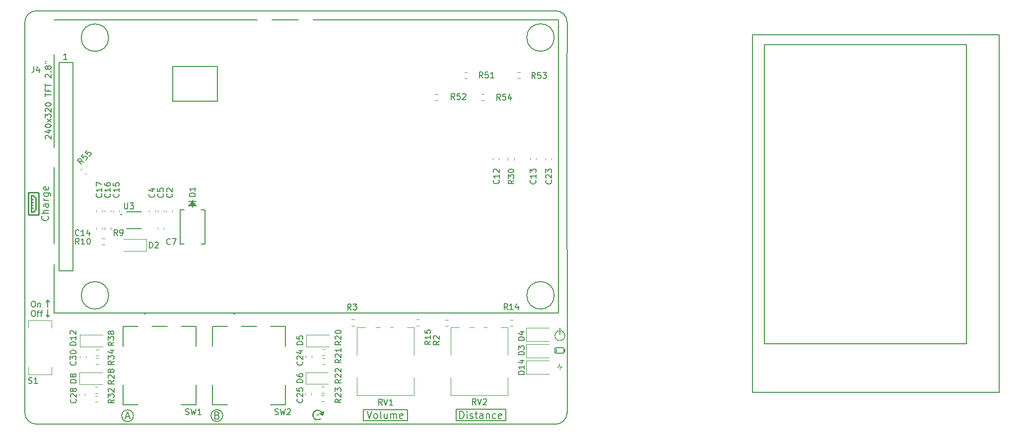
<source format=gbr>
%TF.GenerationSoftware,KiCad,Pcbnew,(6.0.10)*%
%TF.CreationDate,2023-12-11T17:02:30-05:00*%
%TF.ProjectId,Ultrasonic Sound Steering - Remote Rev. A,556c7472-6173-46f6-9e69-6320536f756e,rev?*%
%TF.SameCoordinates,Original*%
%TF.FileFunction,Legend,Top*%
%TF.FilePolarity,Positive*%
%FSLAX46Y46*%
G04 Gerber Fmt 4.6, Leading zero omitted, Abs format (unit mm)*
G04 Created by KiCad (PCBNEW (6.0.10)) date 2023-12-11 17:02:30*
%MOMM*%
%LPD*%
G01*
G04 APERTURE LIST*
%ADD10C,0.150000*%
%ADD11C,0.200000*%
%ADD12C,0.125000*%
%ADD13C,0.120000*%
%ADD14C,0.152400*%
%ADD15C,0.127000*%
G04 APERTURE END LIST*
D10*
X225140000Y-108160000D02*
X267190000Y-108160000D01*
X267190000Y-108160000D02*
X267190000Y-47060000D01*
X267190000Y-47060000D02*
X225140000Y-47060000D01*
X225140000Y-47060000D02*
X225140000Y-108160000D01*
X101000000Y-44994214D02*
X101000000Y-111675000D01*
X103000000Y-113575000D02*
X191512500Y-113575000D01*
X134761249Y-112100000D02*
G75*
G03*
X134761249Y-112100000I-1001249J0D01*
G01*
X174550000Y-111000000D02*
X183000000Y-111000000D01*
X183000000Y-111000000D02*
X183000000Y-112925000D01*
X183000000Y-112925000D02*
X174550000Y-112925000D01*
X174550000Y-112925000D02*
X174550000Y-111000000D01*
D11*
X227180000Y-48770000D02*
X261590000Y-48770000D01*
X261590000Y-48770000D02*
X261590000Y-99870000D01*
X261590000Y-99870000D02*
X227180000Y-99870000D01*
X227180000Y-99870000D02*
X227180000Y-48770000D01*
D10*
X101000030Y-111674998D02*
G75*
G03*
X103000000Y-113575000I1999970J102598D01*
G01*
D11*
X104640000Y-94890000D02*
X104920000Y-95270000D01*
D10*
X102990000Y-43004192D02*
G75*
G03*
X101000000Y-44998428I-1600J-1988408D01*
G01*
X193504214Y-44990000D02*
X193497500Y-55500000D01*
X158750000Y-111075000D02*
X166250000Y-111075000D01*
X166250000Y-111075000D02*
X166250000Y-112925000D01*
X166250000Y-112925000D02*
X158750000Y-112925000D01*
X158750000Y-112925000D02*
X158750000Y-111075000D01*
D11*
X104920000Y-95270000D02*
X105210000Y-94900000D01*
D10*
X193504207Y-44990000D02*
G75*
G03*
X191510000Y-43000000I-1988407J1600D01*
G01*
D11*
X104920000Y-92350000D02*
X104630000Y-92720000D01*
D10*
X133880000Y-52500000D02*
X126270000Y-52500000D01*
X126270000Y-52500000D02*
X126270000Y-58450000D01*
X126270000Y-58450000D02*
X133880000Y-58450000D01*
X133880000Y-58450000D02*
X133880000Y-52500000D01*
D11*
X105200000Y-92730000D02*
X104920000Y-92350000D01*
D10*
X119521249Y-112130000D02*
G75*
G03*
X119521249Y-112130000I-1001249J0D01*
G01*
X193497500Y-55500000D02*
X193502500Y-111580786D01*
D11*
X104920000Y-94020000D02*
X104920000Y-95270000D01*
D10*
X191500000Y-43000000D02*
X102990000Y-43004214D01*
X191512500Y-113575007D02*
G75*
G03*
X193502500Y-111580786I1600J1988407D01*
G01*
D11*
X104920000Y-93610000D02*
X104920000Y-92350000D01*
D10*
X102366071Y-92567380D02*
X102556547Y-92567380D01*
X102651785Y-92615000D01*
X102747023Y-92710238D01*
X102794642Y-92900714D01*
X102794642Y-93234047D01*
X102747023Y-93424523D01*
X102651785Y-93519761D01*
X102556547Y-93567380D01*
X102366071Y-93567380D01*
X102270833Y-93519761D01*
X102175595Y-93424523D01*
X102127976Y-93234047D01*
X102127976Y-92900714D01*
X102175595Y-92710238D01*
X102270833Y-92615000D01*
X102366071Y-92567380D01*
X103223214Y-92900714D02*
X103223214Y-93567380D01*
X103223214Y-92995952D02*
X103270833Y-92948333D01*
X103366071Y-92900714D01*
X103508928Y-92900714D01*
X103604166Y-92948333D01*
X103651785Y-93043571D01*
X103651785Y-93567380D01*
X102366071Y-94177380D02*
X102556547Y-94177380D01*
X102651785Y-94225000D01*
X102747023Y-94320238D01*
X102794642Y-94510714D01*
X102794642Y-94844047D01*
X102747023Y-95034523D01*
X102651785Y-95129761D01*
X102556547Y-95177380D01*
X102366071Y-95177380D01*
X102270833Y-95129761D01*
X102175595Y-95034523D01*
X102127976Y-94844047D01*
X102127976Y-94510714D01*
X102175595Y-94320238D01*
X102270833Y-94225000D01*
X102366071Y-94177380D01*
X103080357Y-94510714D02*
X103461309Y-94510714D01*
X103223214Y-95177380D02*
X103223214Y-94320238D01*
X103270833Y-94225000D01*
X103366071Y-94177380D01*
X103461309Y-94177380D01*
X103651785Y-94510714D02*
X104032738Y-94510714D01*
X103794642Y-95177380D02*
X103794642Y-94320238D01*
X103842261Y-94225000D01*
X103937500Y-94177380D01*
X104032738Y-94177380D01*
D12*
X150735802Y-111989115D02*
X151116755Y-111989115D01*
X150926279Y-112179591D02*
X150926279Y-111798639D01*
D11*
X159385714Y-111387857D02*
X159785714Y-112587857D01*
X160185714Y-111387857D01*
X160757142Y-112587857D02*
X160642857Y-112530714D01*
X160585714Y-112473571D01*
X160528571Y-112359285D01*
X160528571Y-112016428D01*
X160585714Y-111902142D01*
X160642857Y-111845000D01*
X160757142Y-111787857D01*
X160928571Y-111787857D01*
X161042857Y-111845000D01*
X161100000Y-111902142D01*
X161157142Y-112016428D01*
X161157142Y-112359285D01*
X161100000Y-112473571D01*
X161042857Y-112530714D01*
X160928571Y-112587857D01*
X160757142Y-112587857D01*
X161842857Y-112587857D02*
X161728571Y-112530714D01*
X161671428Y-112416428D01*
X161671428Y-111387857D01*
X162814285Y-111787857D02*
X162814285Y-112587857D01*
X162300000Y-111787857D02*
X162300000Y-112416428D01*
X162357142Y-112530714D01*
X162471428Y-112587857D01*
X162642857Y-112587857D01*
X162757142Y-112530714D01*
X162814285Y-112473571D01*
X163385714Y-112587857D02*
X163385714Y-111787857D01*
X163385714Y-111902142D02*
X163442857Y-111845000D01*
X163557142Y-111787857D01*
X163728571Y-111787857D01*
X163842857Y-111845000D01*
X163900000Y-111959285D01*
X163900000Y-112587857D01*
X163900000Y-111959285D02*
X163957142Y-111845000D01*
X164071428Y-111787857D01*
X164242857Y-111787857D01*
X164357142Y-111845000D01*
X164414285Y-111959285D01*
X164414285Y-112587857D01*
X165442857Y-112530714D02*
X165328571Y-112587857D01*
X165100000Y-112587857D01*
X164985714Y-112530714D01*
X164928571Y-112416428D01*
X164928571Y-111959285D01*
X164985714Y-111845000D01*
X165100000Y-111787857D01*
X165328571Y-111787857D01*
X165442857Y-111845000D01*
X165500000Y-111959285D01*
X165500000Y-112073571D01*
X164928571Y-112187857D01*
X118234285Y-112310000D02*
X118805714Y-112310000D01*
X118120000Y-112652857D02*
X118520000Y-111452857D01*
X118920000Y-112652857D01*
X175207142Y-112587857D02*
X175207142Y-111387857D01*
X175492857Y-111387857D01*
X175664285Y-111445000D01*
X175778571Y-111559285D01*
X175835714Y-111673571D01*
X175892857Y-111902142D01*
X175892857Y-112073571D01*
X175835714Y-112302142D01*
X175778571Y-112416428D01*
X175664285Y-112530714D01*
X175492857Y-112587857D01*
X175207142Y-112587857D01*
X176407142Y-112587857D02*
X176407142Y-111787857D01*
X176407142Y-111387857D02*
X176350000Y-111445000D01*
X176407142Y-111502142D01*
X176464285Y-111445000D01*
X176407142Y-111387857D01*
X176407142Y-111502142D01*
X176921428Y-112530714D02*
X177035714Y-112587857D01*
X177264285Y-112587857D01*
X177378571Y-112530714D01*
X177435714Y-112416428D01*
X177435714Y-112359285D01*
X177378571Y-112245000D01*
X177264285Y-112187857D01*
X177092857Y-112187857D01*
X176978571Y-112130714D01*
X176921428Y-112016428D01*
X176921428Y-111959285D01*
X176978571Y-111845000D01*
X177092857Y-111787857D01*
X177264285Y-111787857D01*
X177378571Y-111845000D01*
X177778571Y-111787857D02*
X178235714Y-111787857D01*
X177950000Y-111387857D02*
X177950000Y-112416428D01*
X178007142Y-112530714D01*
X178121428Y-112587857D01*
X178235714Y-112587857D01*
X179150000Y-112587857D02*
X179150000Y-111959285D01*
X179092857Y-111845000D01*
X178978571Y-111787857D01*
X178750000Y-111787857D01*
X178635714Y-111845000D01*
X179150000Y-112530714D02*
X179035714Y-112587857D01*
X178750000Y-112587857D01*
X178635714Y-112530714D01*
X178578571Y-112416428D01*
X178578571Y-112302142D01*
X178635714Y-112187857D01*
X178750000Y-112130714D01*
X179035714Y-112130714D01*
X179150000Y-112073571D01*
X179721428Y-111787857D02*
X179721428Y-112587857D01*
X179721428Y-111902142D02*
X179778571Y-111845000D01*
X179892857Y-111787857D01*
X180064285Y-111787857D01*
X180178571Y-111845000D01*
X180235714Y-111959285D01*
X180235714Y-112587857D01*
X181321428Y-112530714D02*
X181207142Y-112587857D01*
X180978571Y-112587857D01*
X180864285Y-112530714D01*
X180807142Y-112473571D01*
X180750000Y-112359285D01*
X180750000Y-112016428D01*
X180807142Y-111902142D01*
X180864285Y-111845000D01*
X180978571Y-111787857D01*
X181207142Y-111787857D01*
X181321428Y-111845000D01*
X182292857Y-112530714D02*
X182178571Y-112587857D01*
X181950000Y-112587857D01*
X181835714Y-112530714D01*
X181778571Y-112416428D01*
X181778571Y-111959285D01*
X181835714Y-111845000D01*
X181950000Y-111787857D01*
X182178571Y-111787857D01*
X182292857Y-111845000D01*
X182350000Y-111959285D01*
X182350000Y-112073571D01*
X181778571Y-112187857D01*
D10*
X104928571Y-78062857D02*
X104985714Y-78120000D01*
X105042857Y-78291428D01*
X105042857Y-78405714D01*
X104985714Y-78577142D01*
X104871428Y-78691428D01*
X104757142Y-78748571D01*
X104528571Y-78805714D01*
X104357142Y-78805714D01*
X104128571Y-78748571D01*
X104014285Y-78691428D01*
X103900000Y-78577142D01*
X103842857Y-78405714D01*
X103842857Y-78291428D01*
X103900000Y-78120000D01*
X103957142Y-78062857D01*
X105042857Y-77548571D02*
X103842857Y-77548571D01*
X105042857Y-77034285D02*
X104414285Y-77034285D01*
X104300000Y-77091428D01*
X104242857Y-77205714D01*
X104242857Y-77377142D01*
X104300000Y-77491428D01*
X104357142Y-77548571D01*
X105042857Y-75948571D02*
X104414285Y-75948571D01*
X104300000Y-76005714D01*
X104242857Y-76120000D01*
X104242857Y-76348571D01*
X104300000Y-76462857D01*
X104985714Y-75948571D02*
X105042857Y-76062857D01*
X105042857Y-76348571D01*
X104985714Y-76462857D01*
X104871428Y-76520000D01*
X104757142Y-76520000D01*
X104642857Y-76462857D01*
X104585714Y-76348571D01*
X104585714Y-76062857D01*
X104528571Y-75948571D01*
X105042857Y-75377142D02*
X104242857Y-75377142D01*
X104471428Y-75377142D02*
X104357142Y-75320000D01*
X104300000Y-75262857D01*
X104242857Y-75148571D01*
X104242857Y-75034285D01*
X104242857Y-74120000D02*
X105214285Y-74120000D01*
X105328571Y-74177142D01*
X105385714Y-74234285D01*
X105442857Y-74348571D01*
X105442857Y-74520000D01*
X105385714Y-74634285D01*
X104985714Y-74120000D02*
X105042857Y-74234285D01*
X105042857Y-74462857D01*
X104985714Y-74577142D01*
X104928571Y-74634285D01*
X104814285Y-74691428D01*
X104471428Y-74691428D01*
X104357142Y-74634285D01*
X104300000Y-74577142D01*
X104242857Y-74462857D01*
X104242857Y-74234285D01*
X104300000Y-74120000D01*
X104985714Y-73091428D02*
X105042857Y-73205714D01*
X105042857Y-73434285D01*
X104985714Y-73548571D01*
X104871428Y-73605714D01*
X104414285Y-73605714D01*
X104300000Y-73548571D01*
X104242857Y-73434285D01*
X104242857Y-73205714D01*
X104300000Y-73091428D01*
X104414285Y-73034285D01*
X104528571Y-73034285D01*
X104642857Y-73605714D01*
D11*
X133855714Y-112044285D02*
X134027142Y-112101428D01*
X134084285Y-112158571D01*
X134141428Y-112272857D01*
X134141428Y-112444285D01*
X134084285Y-112558571D01*
X134027142Y-112615714D01*
X133912857Y-112672857D01*
X133455714Y-112672857D01*
X133455714Y-111472857D01*
X133855714Y-111472857D01*
X133970000Y-111530000D01*
X134027142Y-111587142D01*
X134084285Y-111701428D01*
X134084285Y-111815714D01*
X134027142Y-111930000D01*
X133970000Y-111987142D01*
X133855714Y-112044285D01*
X133455714Y-112044285D01*
D10*
%TO.C,C4*%
X123067142Y-74246666D02*
X123114761Y-74294285D01*
X123162380Y-74437142D01*
X123162380Y-74532380D01*
X123114761Y-74675238D01*
X123019523Y-74770476D01*
X122924285Y-74818095D01*
X122733809Y-74865714D01*
X122590952Y-74865714D01*
X122400476Y-74818095D01*
X122305238Y-74770476D01*
X122210000Y-74675238D01*
X122162380Y-74532380D01*
X122162380Y-74437142D01*
X122210000Y-74294285D01*
X122257619Y-74246666D01*
X122495714Y-73389523D02*
X123162380Y-73389523D01*
X122114761Y-73627619D02*
X122829047Y-73865714D01*
X122829047Y-73246666D01*
%TO.C,C30*%
X109637142Y-102882857D02*
X109684761Y-102930476D01*
X109732380Y-103073333D01*
X109732380Y-103168571D01*
X109684761Y-103311428D01*
X109589523Y-103406666D01*
X109494285Y-103454285D01*
X109303809Y-103501904D01*
X109160952Y-103501904D01*
X108970476Y-103454285D01*
X108875238Y-103406666D01*
X108780000Y-103311428D01*
X108732380Y-103168571D01*
X108732380Y-103073333D01*
X108780000Y-102930476D01*
X108827619Y-102882857D01*
X108732380Y-102549523D02*
X108732380Y-101930476D01*
X109113333Y-102263809D01*
X109113333Y-102120952D01*
X109160952Y-102025714D01*
X109208571Y-101978095D01*
X109303809Y-101930476D01*
X109541904Y-101930476D01*
X109637142Y-101978095D01*
X109684761Y-102025714D01*
X109732380Y-102120952D01*
X109732380Y-102406666D01*
X109684761Y-102501904D01*
X109637142Y-102549523D01*
X108732380Y-101311428D02*
X108732380Y-101216190D01*
X108780000Y-101120952D01*
X108827619Y-101073333D01*
X108922857Y-101025714D01*
X109113333Y-100978095D01*
X109351428Y-100978095D01*
X109541904Y-101025714D01*
X109637142Y-101073333D01*
X109684761Y-101120952D01*
X109732380Y-101216190D01*
X109732380Y-101311428D01*
X109684761Y-101406666D01*
X109637142Y-101454285D01*
X109541904Y-101501904D01*
X109351428Y-101549523D01*
X109113333Y-101549523D01*
X108922857Y-101501904D01*
X108827619Y-101454285D01*
X108780000Y-101406666D01*
X108732380Y-101311428D01*
%TO.C,R2*%
X171692380Y-99396666D02*
X171216190Y-99730000D01*
X171692380Y-99968095D02*
X170692380Y-99968095D01*
X170692380Y-99587142D01*
X170740000Y-99491904D01*
X170787619Y-99444285D01*
X170882857Y-99396666D01*
X171025714Y-99396666D01*
X171120952Y-99444285D01*
X171168571Y-99491904D01*
X171216190Y-99587142D01*
X171216190Y-99968095D01*
X170787619Y-99015714D02*
X170740000Y-98968095D01*
X170692380Y-98872857D01*
X170692380Y-98634761D01*
X170740000Y-98539523D01*
X170787619Y-98491904D01*
X170882857Y-98444285D01*
X170978095Y-98444285D01*
X171120952Y-98491904D01*
X171692380Y-99063333D01*
X171692380Y-98444285D01*
%TO.C,D1*%
X130072380Y-74688095D02*
X129072380Y-74688095D01*
X129072380Y-74450000D01*
X129120000Y-74307142D01*
X129215238Y-74211904D01*
X129310476Y-74164285D01*
X129500952Y-74116666D01*
X129643809Y-74116666D01*
X129834285Y-74164285D01*
X129929523Y-74211904D01*
X130024761Y-74307142D01*
X130072380Y-74450000D01*
X130072380Y-74688095D01*
X130072380Y-73164285D02*
X130072380Y-73735714D01*
X130072380Y-73450000D02*
X129072380Y-73450000D01*
X129215238Y-73545238D01*
X129310476Y-73640476D01*
X129358095Y-73735714D01*
%TO.C,C25*%
X148297142Y-109262857D02*
X148344761Y-109310476D01*
X148392380Y-109453333D01*
X148392380Y-109548571D01*
X148344761Y-109691428D01*
X148249523Y-109786666D01*
X148154285Y-109834285D01*
X147963809Y-109881904D01*
X147820952Y-109881904D01*
X147630476Y-109834285D01*
X147535238Y-109786666D01*
X147440000Y-109691428D01*
X147392380Y-109548571D01*
X147392380Y-109453333D01*
X147440000Y-109310476D01*
X147487619Y-109262857D01*
X147487619Y-108881904D02*
X147440000Y-108834285D01*
X147392380Y-108739047D01*
X147392380Y-108500952D01*
X147440000Y-108405714D01*
X147487619Y-108358095D01*
X147582857Y-108310476D01*
X147678095Y-108310476D01*
X147820952Y-108358095D01*
X148392380Y-108929523D01*
X148392380Y-108310476D01*
X147392380Y-107405714D02*
X147392380Y-107881904D01*
X147868571Y-107929523D01*
X147820952Y-107881904D01*
X147773333Y-107786666D01*
X147773333Y-107548571D01*
X147820952Y-107453333D01*
X147868571Y-107405714D01*
X147963809Y-107358095D01*
X148201904Y-107358095D01*
X148297142Y-107405714D01*
X148344761Y-107453333D01*
X148392380Y-107548571D01*
X148392380Y-107786666D01*
X148344761Y-107881904D01*
X148297142Y-107929523D01*
%TO.C,R32*%
X116202380Y-109382857D02*
X115726190Y-109716190D01*
X116202380Y-109954285D02*
X115202380Y-109954285D01*
X115202380Y-109573333D01*
X115250000Y-109478095D01*
X115297619Y-109430476D01*
X115392857Y-109382857D01*
X115535714Y-109382857D01*
X115630952Y-109430476D01*
X115678571Y-109478095D01*
X115726190Y-109573333D01*
X115726190Y-109954285D01*
X115202380Y-109049523D02*
X115202380Y-108430476D01*
X115583333Y-108763809D01*
X115583333Y-108620952D01*
X115630952Y-108525714D01*
X115678571Y-108478095D01*
X115773809Y-108430476D01*
X116011904Y-108430476D01*
X116107142Y-108478095D01*
X116154761Y-108525714D01*
X116202380Y-108620952D01*
X116202380Y-108906666D01*
X116154761Y-109001904D01*
X116107142Y-109049523D01*
X115297619Y-108049523D02*
X115250000Y-108001904D01*
X115202380Y-107906666D01*
X115202380Y-107668571D01*
X115250000Y-107573333D01*
X115297619Y-107525714D01*
X115392857Y-107478095D01*
X115488095Y-107478095D01*
X115630952Y-107525714D01*
X116202380Y-108097142D01*
X116202380Y-107478095D01*
%TO.C,R21*%
X154952380Y-102522857D02*
X154476190Y-102856190D01*
X154952380Y-103094285D02*
X153952380Y-103094285D01*
X153952380Y-102713333D01*
X154000000Y-102618095D01*
X154047619Y-102570476D01*
X154142857Y-102522857D01*
X154285714Y-102522857D01*
X154380952Y-102570476D01*
X154428571Y-102618095D01*
X154476190Y-102713333D01*
X154476190Y-103094285D01*
X154047619Y-102141904D02*
X154000000Y-102094285D01*
X153952380Y-101999047D01*
X153952380Y-101760952D01*
X154000000Y-101665714D01*
X154047619Y-101618095D01*
X154142857Y-101570476D01*
X154238095Y-101570476D01*
X154380952Y-101618095D01*
X154952380Y-102189523D01*
X154952380Y-101570476D01*
X154952380Y-100618095D02*
X154952380Y-101189523D01*
X154952380Y-100903809D02*
X153952380Y-100903809D01*
X154095238Y-100999047D01*
X154190476Y-101094285D01*
X154238095Y-101189523D01*
%TO.C,SW1*%
X128416666Y-111904761D02*
X128559523Y-111952380D01*
X128797619Y-111952380D01*
X128892857Y-111904761D01*
X128940476Y-111857142D01*
X128988095Y-111761904D01*
X128988095Y-111666666D01*
X128940476Y-111571428D01*
X128892857Y-111523809D01*
X128797619Y-111476190D01*
X128607142Y-111428571D01*
X128511904Y-111380952D01*
X128464285Y-111333333D01*
X128416666Y-111238095D01*
X128416666Y-111142857D01*
X128464285Y-111047619D01*
X128511904Y-111000000D01*
X128607142Y-110952380D01*
X128845238Y-110952380D01*
X128988095Y-111000000D01*
X129321428Y-110952380D02*
X129559523Y-111952380D01*
X129750000Y-111238095D01*
X129940476Y-111952380D01*
X130178571Y-110952380D01*
X131083333Y-111952380D02*
X130511904Y-111952380D01*
X130797619Y-111952380D02*
X130797619Y-110952380D01*
X130702380Y-111095238D01*
X130607142Y-111190476D01*
X130511904Y-111238095D01*
%TO.C,R51*%
X179117142Y-54482380D02*
X178783809Y-54006190D01*
X178545714Y-54482380D02*
X178545714Y-53482380D01*
X178926666Y-53482380D01*
X179021904Y-53530000D01*
X179069523Y-53577619D01*
X179117142Y-53672857D01*
X179117142Y-53815714D01*
X179069523Y-53910952D01*
X179021904Y-53958571D01*
X178926666Y-54006190D01*
X178545714Y-54006190D01*
X180021904Y-53482380D02*
X179545714Y-53482380D01*
X179498095Y-53958571D01*
X179545714Y-53910952D01*
X179640952Y-53863333D01*
X179879047Y-53863333D01*
X179974285Y-53910952D01*
X180021904Y-53958571D01*
X180069523Y-54053809D01*
X180069523Y-54291904D01*
X180021904Y-54387142D01*
X179974285Y-54434761D01*
X179879047Y-54482380D01*
X179640952Y-54482380D01*
X179545714Y-54434761D01*
X179498095Y-54387142D01*
X181021904Y-54482380D02*
X180450476Y-54482380D01*
X180736190Y-54482380D02*
X180736190Y-53482380D01*
X180640952Y-53625238D01*
X180545714Y-53720476D01*
X180450476Y-53768095D01*
%TO.C,C23*%
X190757142Y-71932857D02*
X190804761Y-71980476D01*
X190852380Y-72123333D01*
X190852380Y-72218571D01*
X190804761Y-72361428D01*
X190709523Y-72456666D01*
X190614285Y-72504285D01*
X190423809Y-72551904D01*
X190280952Y-72551904D01*
X190090476Y-72504285D01*
X189995238Y-72456666D01*
X189900000Y-72361428D01*
X189852380Y-72218571D01*
X189852380Y-72123333D01*
X189900000Y-71980476D01*
X189947619Y-71932857D01*
X189947619Y-71551904D02*
X189900000Y-71504285D01*
X189852380Y-71409047D01*
X189852380Y-71170952D01*
X189900000Y-71075714D01*
X189947619Y-71028095D01*
X190042857Y-70980476D01*
X190138095Y-70980476D01*
X190280952Y-71028095D01*
X190852380Y-71599523D01*
X190852380Y-70980476D01*
X189852380Y-70647142D02*
X189852380Y-70028095D01*
X190233333Y-70361428D01*
X190233333Y-70218571D01*
X190280952Y-70123333D01*
X190328571Y-70075714D01*
X190423809Y-70028095D01*
X190661904Y-70028095D01*
X190757142Y-70075714D01*
X190804761Y-70123333D01*
X190852380Y-70218571D01*
X190852380Y-70504285D01*
X190804761Y-70599523D01*
X190757142Y-70647142D01*
%TO.C,SW2*%
X143666666Y-111904761D02*
X143809523Y-111952380D01*
X144047619Y-111952380D01*
X144142857Y-111904761D01*
X144190476Y-111857142D01*
X144238095Y-111761904D01*
X144238095Y-111666666D01*
X144190476Y-111571428D01*
X144142857Y-111523809D01*
X144047619Y-111476190D01*
X143857142Y-111428571D01*
X143761904Y-111380952D01*
X143714285Y-111333333D01*
X143666666Y-111238095D01*
X143666666Y-111142857D01*
X143714285Y-111047619D01*
X143761904Y-111000000D01*
X143857142Y-110952380D01*
X144095238Y-110952380D01*
X144238095Y-111000000D01*
X144571428Y-110952380D02*
X144809523Y-111952380D01*
X145000000Y-111238095D01*
X145190476Y-111952380D01*
X145428571Y-110952380D01*
X145761904Y-111047619D02*
X145809523Y-111000000D01*
X145904761Y-110952380D01*
X146142857Y-110952380D01*
X146238095Y-111000000D01*
X146285714Y-111047619D01*
X146333333Y-111142857D01*
X146333333Y-111238095D01*
X146285714Y-111380952D01*
X145714285Y-111952380D01*
X146333333Y-111952380D01*
%TO.C,R14*%
X183347142Y-94022380D02*
X183013809Y-93546190D01*
X182775714Y-94022380D02*
X182775714Y-93022380D01*
X183156666Y-93022380D01*
X183251904Y-93070000D01*
X183299523Y-93117619D01*
X183347142Y-93212857D01*
X183347142Y-93355714D01*
X183299523Y-93450952D01*
X183251904Y-93498571D01*
X183156666Y-93546190D01*
X182775714Y-93546190D01*
X184299523Y-94022380D02*
X183728095Y-94022380D01*
X184013809Y-94022380D02*
X184013809Y-93022380D01*
X183918571Y-93165238D01*
X183823333Y-93260476D01*
X183728095Y-93308095D01*
X185156666Y-93355714D02*
X185156666Y-94022380D01*
X184918571Y-92974761D02*
X184680476Y-93689047D01*
X185299523Y-93689047D01*
%TO.C,R54*%
X182117142Y-58232380D02*
X181783809Y-57756190D01*
X181545714Y-58232380D02*
X181545714Y-57232380D01*
X181926666Y-57232380D01*
X182021904Y-57280000D01*
X182069523Y-57327619D01*
X182117142Y-57422857D01*
X182117142Y-57565714D01*
X182069523Y-57660952D01*
X182021904Y-57708571D01*
X181926666Y-57756190D01*
X181545714Y-57756190D01*
X183021904Y-57232380D02*
X182545714Y-57232380D01*
X182498095Y-57708571D01*
X182545714Y-57660952D01*
X182640952Y-57613333D01*
X182879047Y-57613333D01*
X182974285Y-57660952D01*
X183021904Y-57708571D01*
X183069523Y-57803809D01*
X183069523Y-58041904D01*
X183021904Y-58137142D01*
X182974285Y-58184761D01*
X182879047Y-58232380D01*
X182640952Y-58232380D01*
X182545714Y-58184761D01*
X182498095Y-58137142D01*
X183926666Y-57565714D02*
X183926666Y-58232380D01*
X183688571Y-57184761D02*
X183450476Y-57899047D01*
X184069523Y-57899047D01*
%TO.C,R52*%
X174327142Y-58142380D02*
X173993809Y-57666190D01*
X173755714Y-58142380D02*
X173755714Y-57142380D01*
X174136666Y-57142380D01*
X174231904Y-57190000D01*
X174279523Y-57237619D01*
X174327142Y-57332857D01*
X174327142Y-57475714D01*
X174279523Y-57570952D01*
X174231904Y-57618571D01*
X174136666Y-57666190D01*
X173755714Y-57666190D01*
X175231904Y-57142380D02*
X174755714Y-57142380D01*
X174708095Y-57618571D01*
X174755714Y-57570952D01*
X174850952Y-57523333D01*
X175089047Y-57523333D01*
X175184285Y-57570952D01*
X175231904Y-57618571D01*
X175279523Y-57713809D01*
X175279523Y-57951904D01*
X175231904Y-58047142D01*
X175184285Y-58094761D01*
X175089047Y-58142380D01*
X174850952Y-58142380D01*
X174755714Y-58094761D01*
X174708095Y-58047142D01*
X175660476Y-57237619D02*
X175708095Y-57190000D01*
X175803333Y-57142380D01*
X176041428Y-57142380D01*
X176136666Y-57190000D01*
X176184285Y-57237619D01*
X176231904Y-57332857D01*
X176231904Y-57428095D01*
X176184285Y-57570952D01*
X175612857Y-58142380D01*
X176231904Y-58142380D01*
%TO.C,C16*%
X115507142Y-74242857D02*
X115554761Y-74290476D01*
X115602380Y-74433333D01*
X115602380Y-74528571D01*
X115554761Y-74671428D01*
X115459523Y-74766666D01*
X115364285Y-74814285D01*
X115173809Y-74861904D01*
X115030952Y-74861904D01*
X114840476Y-74814285D01*
X114745238Y-74766666D01*
X114650000Y-74671428D01*
X114602380Y-74528571D01*
X114602380Y-74433333D01*
X114650000Y-74290476D01*
X114697619Y-74242857D01*
X115602380Y-73290476D02*
X115602380Y-73861904D01*
X115602380Y-73576190D02*
X114602380Y-73576190D01*
X114745238Y-73671428D01*
X114840476Y-73766666D01*
X114888095Y-73861904D01*
X114602380Y-72433333D02*
X114602380Y-72623809D01*
X114650000Y-72719047D01*
X114697619Y-72766666D01*
X114840476Y-72861904D01*
X115030952Y-72909523D01*
X115411904Y-72909523D01*
X115507142Y-72861904D01*
X115554761Y-72814285D01*
X115602380Y-72719047D01*
X115602380Y-72528571D01*
X115554761Y-72433333D01*
X115507142Y-72385714D01*
X115411904Y-72338095D01*
X115173809Y-72338095D01*
X115078571Y-72385714D01*
X115030952Y-72433333D01*
X114983333Y-72528571D01*
X114983333Y-72719047D01*
X115030952Y-72814285D01*
X115078571Y-72861904D01*
X115173809Y-72909523D01*
%TO.C,R22*%
X154952380Y-105962857D02*
X154476190Y-106296190D01*
X154952380Y-106534285D02*
X153952380Y-106534285D01*
X153952380Y-106153333D01*
X154000000Y-106058095D01*
X154047619Y-106010476D01*
X154142857Y-105962857D01*
X154285714Y-105962857D01*
X154380952Y-106010476D01*
X154428571Y-106058095D01*
X154476190Y-106153333D01*
X154476190Y-106534285D01*
X154047619Y-105581904D02*
X154000000Y-105534285D01*
X153952380Y-105439047D01*
X153952380Y-105200952D01*
X154000000Y-105105714D01*
X154047619Y-105058095D01*
X154142857Y-105010476D01*
X154238095Y-105010476D01*
X154380952Y-105058095D01*
X154952380Y-105629523D01*
X154952380Y-105010476D01*
X154047619Y-104629523D02*
X154000000Y-104581904D01*
X153952380Y-104486666D01*
X153952380Y-104248571D01*
X154000000Y-104153333D01*
X154047619Y-104105714D01*
X154142857Y-104058095D01*
X154238095Y-104058095D01*
X154380952Y-104105714D01*
X154952380Y-104677142D01*
X154952380Y-104058095D01*
%TO.C,D12*%
X109712380Y-100084285D02*
X108712380Y-100084285D01*
X108712380Y-99846190D01*
X108760000Y-99703333D01*
X108855238Y-99608095D01*
X108950476Y-99560476D01*
X109140952Y-99512857D01*
X109283809Y-99512857D01*
X109474285Y-99560476D01*
X109569523Y-99608095D01*
X109664761Y-99703333D01*
X109712380Y-99846190D01*
X109712380Y-100084285D01*
X109712380Y-98560476D02*
X109712380Y-99131904D01*
X109712380Y-98846190D02*
X108712380Y-98846190D01*
X108855238Y-98941428D01*
X108950476Y-99036666D01*
X108998095Y-99131904D01*
X108807619Y-98179523D02*
X108760000Y-98131904D01*
X108712380Y-98036666D01*
X108712380Y-97798571D01*
X108760000Y-97703333D01*
X108807619Y-97655714D01*
X108902857Y-97608095D01*
X108998095Y-97608095D01*
X109140952Y-97655714D01*
X109712380Y-98227142D01*
X109712380Y-97608095D01*
%TO.C,R53*%
X188067142Y-54542380D02*
X187733809Y-54066190D01*
X187495714Y-54542380D02*
X187495714Y-53542380D01*
X187876666Y-53542380D01*
X187971904Y-53590000D01*
X188019523Y-53637619D01*
X188067142Y-53732857D01*
X188067142Y-53875714D01*
X188019523Y-53970952D01*
X187971904Y-54018571D01*
X187876666Y-54066190D01*
X187495714Y-54066190D01*
X188971904Y-53542380D02*
X188495714Y-53542380D01*
X188448095Y-54018571D01*
X188495714Y-53970952D01*
X188590952Y-53923333D01*
X188829047Y-53923333D01*
X188924285Y-53970952D01*
X188971904Y-54018571D01*
X189019523Y-54113809D01*
X189019523Y-54351904D01*
X188971904Y-54447142D01*
X188924285Y-54494761D01*
X188829047Y-54542380D01*
X188590952Y-54542380D01*
X188495714Y-54494761D01*
X188448095Y-54447142D01*
X189352857Y-53542380D02*
X189971904Y-53542380D01*
X189638571Y-53923333D01*
X189781428Y-53923333D01*
X189876666Y-53970952D01*
X189924285Y-54018571D01*
X189971904Y-54113809D01*
X189971904Y-54351904D01*
X189924285Y-54447142D01*
X189876666Y-54494761D01*
X189781428Y-54542380D01*
X189495714Y-54542380D01*
X189400476Y-54494761D01*
X189352857Y-54447142D01*
%TO.C,R55*%
X111085312Y-68824451D02*
X110512893Y-68723436D01*
X110681251Y-69228512D02*
X109974145Y-68521405D01*
X110243519Y-68252031D01*
X110344534Y-68218359D01*
X110411877Y-68218359D01*
X110512893Y-68252031D01*
X110613908Y-68353046D01*
X110647580Y-68454062D01*
X110647580Y-68521405D01*
X110613908Y-68622420D01*
X110344534Y-68891794D01*
X111017969Y-67477581D02*
X110681251Y-67814298D01*
X110984297Y-68184688D01*
X110984297Y-68117344D01*
X111017969Y-68016329D01*
X111186328Y-67847970D01*
X111287343Y-67814298D01*
X111354687Y-67814298D01*
X111455702Y-67847970D01*
X111624061Y-68016329D01*
X111657732Y-68117344D01*
X111657732Y-68184688D01*
X111624061Y-68285703D01*
X111455702Y-68454062D01*
X111354687Y-68487733D01*
X111287343Y-68487733D01*
X111691404Y-66804146D02*
X111354687Y-67140863D01*
X111657732Y-67511252D01*
X111657732Y-67443909D01*
X111691404Y-67342894D01*
X111859763Y-67174535D01*
X111960778Y-67140863D01*
X112028122Y-67140863D01*
X112129137Y-67174535D01*
X112297496Y-67342894D01*
X112331167Y-67443909D01*
X112331167Y-67511252D01*
X112297496Y-67612268D01*
X112129137Y-67780626D01*
X112028122Y-67814298D01*
X111960778Y-67814298D01*
%TO.C,R30*%
X184432380Y-71962857D02*
X183956190Y-72296190D01*
X184432380Y-72534285D02*
X183432380Y-72534285D01*
X183432380Y-72153333D01*
X183480000Y-72058095D01*
X183527619Y-72010476D01*
X183622857Y-71962857D01*
X183765714Y-71962857D01*
X183860952Y-72010476D01*
X183908571Y-72058095D01*
X183956190Y-72153333D01*
X183956190Y-72534285D01*
X183432380Y-71629523D02*
X183432380Y-71010476D01*
X183813333Y-71343809D01*
X183813333Y-71200952D01*
X183860952Y-71105714D01*
X183908571Y-71058095D01*
X184003809Y-71010476D01*
X184241904Y-71010476D01*
X184337142Y-71058095D01*
X184384761Y-71105714D01*
X184432380Y-71200952D01*
X184432380Y-71486666D01*
X184384761Y-71581904D01*
X184337142Y-71629523D01*
X183432380Y-70391428D02*
X183432380Y-70296190D01*
X183480000Y-70200952D01*
X183527619Y-70153333D01*
X183622857Y-70105714D01*
X183813333Y-70058095D01*
X184051428Y-70058095D01*
X184241904Y-70105714D01*
X184337142Y-70153333D01*
X184384761Y-70200952D01*
X184432380Y-70296190D01*
X184432380Y-70391428D01*
X184384761Y-70486666D01*
X184337142Y-70534285D01*
X184241904Y-70581904D01*
X184051428Y-70629523D01*
X183813333Y-70629523D01*
X183622857Y-70581904D01*
X183527619Y-70534285D01*
X183480000Y-70486666D01*
X183432380Y-70391428D01*
%TO.C,D6*%
X148392380Y-106448095D02*
X147392380Y-106448095D01*
X147392380Y-106210000D01*
X147440000Y-106067142D01*
X147535238Y-105971904D01*
X147630476Y-105924285D01*
X147820952Y-105876666D01*
X147963809Y-105876666D01*
X148154285Y-105924285D01*
X148249523Y-105971904D01*
X148344761Y-106067142D01*
X148392380Y-106210000D01*
X148392380Y-106448095D01*
X147392380Y-105019523D02*
X147392380Y-105210000D01*
X147440000Y-105305238D01*
X147487619Y-105352857D01*
X147630476Y-105448095D01*
X147820952Y-105495714D01*
X148201904Y-105495714D01*
X148297142Y-105448095D01*
X148344761Y-105400476D01*
X148392380Y-105305238D01*
X148392380Y-105114761D01*
X148344761Y-105019523D01*
X148297142Y-104971904D01*
X148201904Y-104924285D01*
X147963809Y-104924285D01*
X147868571Y-104971904D01*
X147820952Y-105019523D01*
X147773333Y-105114761D01*
X147773333Y-105305238D01*
X147820952Y-105400476D01*
X147868571Y-105448095D01*
X147963809Y-105495714D01*
%TO.C,J4*%
X102556666Y-52522380D02*
X102556666Y-53236666D01*
X102509047Y-53379523D01*
X102413809Y-53474761D01*
X102270952Y-53522380D01*
X102175714Y-53522380D01*
X103461428Y-52855714D02*
X103461428Y-53522380D01*
X103223333Y-52474761D02*
X102985238Y-53189047D01*
X103604285Y-53189047D01*
X104567619Y-64835238D02*
X104520000Y-64787619D01*
X104472380Y-64692380D01*
X104472380Y-64454285D01*
X104520000Y-64359047D01*
X104567619Y-64311428D01*
X104662857Y-64263809D01*
X104758095Y-64263809D01*
X104900952Y-64311428D01*
X105472380Y-64882857D01*
X105472380Y-64263809D01*
X104805714Y-63406666D02*
X105472380Y-63406666D01*
X104424761Y-63644761D02*
X105139047Y-63882857D01*
X105139047Y-63263809D01*
X104472380Y-62692380D02*
X104472380Y-62597142D01*
X104520000Y-62501904D01*
X104567619Y-62454285D01*
X104662857Y-62406666D01*
X104853333Y-62359047D01*
X105091428Y-62359047D01*
X105281904Y-62406666D01*
X105377142Y-62454285D01*
X105424761Y-62501904D01*
X105472380Y-62597142D01*
X105472380Y-62692380D01*
X105424761Y-62787619D01*
X105377142Y-62835238D01*
X105281904Y-62882857D01*
X105091428Y-62930476D01*
X104853333Y-62930476D01*
X104662857Y-62882857D01*
X104567619Y-62835238D01*
X104520000Y-62787619D01*
X104472380Y-62692380D01*
X105472380Y-62025714D02*
X104805714Y-61501904D01*
X104805714Y-62025714D02*
X105472380Y-61501904D01*
X104472380Y-61216190D02*
X104472380Y-60597142D01*
X104853333Y-60930476D01*
X104853333Y-60787619D01*
X104900952Y-60692380D01*
X104948571Y-60644761D01*
X105043809Y-60597142D01*
X105281904Y-60597142D01*
X105377142Y-60644761D01*
X105424761Y-60692380D01*
X105472380Y-60787619D01*
X105472380Y-61073333D01*
X105424761Y-61168571D01*
X105377142Y-61216190D01*
X104567619Y-60216190D02*
X104520000Y-60168571D01*
X104472380Y-60073333D01*
X104472380Y-59835238D01*
X104520000Y-59740000D01*
X104567619Y-59692380D01*
X104662857Y-59644761D01*
X104758095Y-59644761D01*
X104900952Y-59692380D01*
X105472380Y-60263809D01*
X105472380Y-59644761D01*
X104472380Y-59025714D02*
X104472380Y-58930476D01*
X104520000Y-58835238D01*
X104567619Y-58787619D01*
X104662857Y-58740000D01*
X104853333Y-58692380D01*
X105091428Y-58692380D01*
X105281904Y-58740000D01*
X105377142Y-58787619D01*
X105424761Y-58835238D01*
X105472380Y-58930476D01*
X105472380Y-59025714D01*
X105424761Y-59120952D01*
X105377142Y-59168571D01*
X105281904Y-59216190D01*
X105091428Y-59263809D01*
X104853333Y-59263809D01*
X104662857Y-59216190D01*
X104567619Y-59168571D01*
X104520000Y-59120952D01*
X104472380Y-59025714D01*
X104472380Y-57644761D02*
X104472380Y-57073333D01*
X105472380Y-57359047D02*
X104472380Y-57359047D01*
X104948571Y-56406666D02*
X104948571Y-56740000D01*
X105472380Y-56740000D02*
X104472380Y-56740000D01*
X104472380Y-56263809D01*
X104472380Y-56025714D02*
X104472380Y-55454285D01*
X105472380Y-55740000D02*
X104472380Y-55740000D01*
X104567619Y-54406666D02*
X104520000Y-54359047D01*
X104472380Y-54263809D01*
X104472380Y-54025714D01*
X104520000Y-53930476D01*
X104567619Y-53882857D01*
X104662857Y-53835238D01*
X104758095Y-53835238D01*
X104900952Y-53882857D01*
X105472380Y-54454285D01*
X105472380Y-53835238D01*
X105377142Y-53406666D02*
X105424761Y-53359047D01*
X105472380Y-53406666D01*
X105424761Y-53454285D01*
X105377142Y-53406666D01*
X105472380Y-53406666D01*
X104900952Y-52787619D02*
X104853333Y-52882857D01*
X104805714Y-52930476D01*
X104710476Y-52978095D01*
X104662857Y-52978095D01*
X104567619Y-52930476D01*
X104520000Y-52882857D01*
X104472380Y-52787619D01*
X104472380Y-52597142D01*
X104520000Y-52501904D01*
X104567619Y-52454285D01*
X104662857Y-52406666D01*
X104710476Y-52406666D01*
X104805714Y-52454285D01*
X104853333Y-52501904D01*
X104900952Y-52597142D01*
X104900952Y-52787619D01*
X104948571Y-52882857D01*
X104996190Y-52930476D01*
X105091428Y-52978095D01*
X105281904Y-52978095D01*
X105377142Y-52930476D01*
X105424761Y-52882857D01*
X105472380Y-52787619D01*
X105472380Y-52597142D01*
X105424761Y-52501904D01*
X105377142Y-52454285D01*
X105281904Y-52406666D01*
X105091428Y-52406666D01*
X104996190Y-52454285D01*
X104948571Y-52501904D01*
X104900952Y-52597142D01*
X104472380Y-52025714D02*
X104662857Y-52025714D01*
X104472380Y-51644761D02*
X104662857Y-51644761D01*
X108202023Y-51292380D02*
X107630595Y-51292380D01*
X107916309Y-51292380D02*
X107916309Y-50292380D01*
X107821071Y-50435238D01*
X107725833Y-50530476D01*
X107630595Y-50578095D01*
%TO.C,R15*%
X170202380Y-99392857D02*
X169726190Y-99726190D01*
X170202380Y-99964285D02*
X169202380Y-99964285D01*
X169202380Y-99583333D01*
X169250000Y-99488095D01*
X169297619Y-99440476D01*
X169392857Y-99392857D01*
X169535714Y-99392857D01*
X169630952Y-99440476D01*
X169678571Y-99488095D01*
X169726190Y-99583333D01*
X169726190Y-99964285D01*
X170202380Y-98440476D02*
X170202380Y-99011904D01*
X170202380Y-98726190D02*
X169202380Y-98726190D01*
X169345238Y-98821428D01*
X169440476Y-98916666D01*
X169488095Y-99011904D01*
X169202380Y-97535714D02*
X169202380Y-98011904D01*
X169678571Y-98059523D01*
X169630952Y-98011904D01*
X169583333Y-97916666D01*
X169583333Y-97678571D01*
X169630952Y-97583333D01*
X169678571Y-97535714D01*
X169773809Y-97488095D01*
X170011904Y-97488095D01*
X170107142Y-97535714D01*
X170154761Y-97583333D01*
X170202380Y-97678571D01*
X170202380Y-97916666D01*
X170154761Y-98011904D01*
X170107142Y-98059523D01*
%TO.C,C7*%
X125803333Y-82807142D02*
X125755714Y-82854761D01*
X125612857Y-82902380D01*
X125517619Y-82902380D01*
X125374761Y-82854761D01*
X125279523Y-82759523D01*
X125231904Y-82664285D01*
X125184285Y-82473809D01*
X125184285Y-82330952D01*
X125231904Y-82140476D01*
X125279523Y-82045238D01*
X125374761Y-81950000D01*
X125517619Y-81902380D01*
X125612857Y-81902380D01*
X125755714Y-81950000D01*
X125803333Y-81997619D01*
X126136666Y-81902380D02*
X126803333Y-81902380D01*
X126374761Y-82902380D01*
%TO.C,R10*%
X110247142Y-82852380D02*
X109913809Y-82376190D01*
X109675714Y-82852380D02*
X109675714Y-81852380D01*
X110056666Y-81852380D01*
X110151904Y-81900000D01*
X110199523Y-81947619D01*
X110247142Y-82042857D01*
X110247142Y-82185714D01*
X110199523Y-82280952D01*
X110151904Y-82328571D01*
X110056666Y-82376190D01*
X109675714Y-82376190D01*
X111199523Y-82852380D02*
X110628095Y-82852380D01*
X110913809Y-82852380D02*
X110913809Y-81852380D01*
X110818571Y-81995238D01*
X110723333Y-82090476D01*
X110628095Y-82138095D01*
X111818571Y-81852380D02*
X111913809Y-81852380D01*
X112009047Y-81900000D01*
X112056666Y-81947619D01*
X112104285Y-82042857D01*
X112151904Y-82233333D01*
X112151904Y-82471428D01*
X112104285Y-82661904D01*
X112056666Y-82757142D01*
X112009047Y-82804761D01*
X111913809Y-82852380D01*
X111818571Y-82852380D01*
X111723333Y-82804761D01*
X111675714Y-82757142D01*
X111628095Y-82661904D01*
X111580476Y-82471428D01*
X111580476Y-82233333D01*
X111628095Y-82042857D01*
X111675714Y-81947619D01*
X111723333Y-81900000D01*
X111818571Y-81852380D01*
%TO.C,D5*%
X148392380Y-100008095D02*
X147392380Y-100008095D01*
X147392380Y-99770000D01*
X147440000Y-99627142D01*
X147535238Y-99531904D01*
X147630476Y-99484285D01*
X147820952Y-99436666D01*
X147963809Y-99436666D01*
X148154285Y-99484285D01*
X148249523Y-99531904D01*
X148344761Y-99627142D01*
X148392380Y-99770000D01*
X148392380Y-100008095D01*
X147392380Y-98531904D02*
X147392380Y-99008095D01*
X147868571Y-99055714D01*
X147820952Y-99008095D01*
X147773333Y-98912857D01*
X147773333Y-98674761D01*
X147820952Y-98579523D01*
X147868571Y-98531904D01*
X147963809Y-98484285D01*
X148201904Y-98484285D01*
X148297142Y-98531904D01*
X148344761Y-98579523D01*
X148392380Y-98674761D01*
X148392380Y-98912857D01*
X148344761Y-99008095D01*
X148297142Y-99055714D01*
%TO.C,C12*%
X181807142Y-71912857D02*
X181854761Y-71960476D01*
X181902380Y-72103333D01*
X181902380Y-72198571D01*
X181854761Y-72341428D01*
X181759523Y-72436666D01*
X181664285Y-72484285D01*
X181473809Y-72531904D01*
X181330952Y-72531904D01*
X181140476Y-72484285D01*
X181045238Y-72436666D01*
X180950000Y-72341428D01*
X180902380Y-72198571D01*
X180902380Y-72103333D01*
X180950000Y-71960476D01*
X180997619Y-71912857D01*
X181902380Y-70960476D02*
X181902380Y-71531904D01*
X181902380Y-71246190D02*
X180902380Y-71246190D01*
X181045238Y-71341428D01*
X181140476Y-71436666D01*
X181188095Y-71531904D01*
X180997619Y-70579523D02*
X180950000Y-70531904D01*
X180902380Y-70436666D01*
X180902380Y-70198571D01*
X180950000Y-70103333D01*
X180997619Y-70055714D01*
X181092857Y-70008095D01*
X181188095Y-70008095D01*
X181330952Y-70055714D01*
X181902380Y-70627142D01*
X181902380Y-70008095D01*
%TO.C,R23*%
X154932380Y-109292857D02*
X154456190Y-109626190D01*
X154932380Y-109864285D02*
X153932380Y-109864285D01*
X153932380Y-109483333D01*
X153980000Y-109388095D01*
X154027619Y-109340476D01*
X154122857Y-109292857D01*
X154265714Y-109292857D01*
X154360952Y-109340476D01*
X154408571Y-109388095D01*
X154456190Y-109483333D01*
X154456190Y-109864285D01*
X154027619Y-108911904D02*
X153980000Y-108864285D01*
X153932380Y-108769047D01*
X153932380Y-108530952D01*
X153980000Y-108435714D01*
X154027619Y-108388095D01*
X154122857Y-108340476D01*
X154218095Y-108340476D01*
X154360952Y-108388095D01*
X154932380Y-108959523D01*
X154932380Y-108340476D01*
X153932380Y-108007142D02*
X153932380Y-107388095D01*
X154313333Y-107721428D01*
X154313333Y-107578571D01*
X154360952Y-107483333D01*
X154408571Y-107435714D01*
X154503809Y-107388095D01*
X154741904Y-107388095D01*
X154837142Y-107435714D01*
X154884761Y-107483333D01*
X154932380Y-107578571D01*
X154932380Y-107864285D01*
X154884761Y-107959523D01*
X154837142Y-108007142D01*
%TO.C,C2*%
X126077142Y-74236666D02*
X126124761Y-74284285D01*
X126172380Y-74427142D01*
X126172380Y-74522380D01*
X126124761Y-74665238D01*
X126029523Y-74760476D01*
X125934285Y-74808095D01*
X125743809Y-74855714D01*
X125600952Y-74855714D01*
X125410476Y-74808095D01*
X125315238Y-74760476D01*
X125220000Y-74665238D01*
X125172380Y-74522380D01*
X125172380Y-74427142D01*
X125220000Y-74284285D01*
X125267619Y-74236666D01*
X125267619Y-73855714D02*
X125220000Y-73808095D01*
X125172380Y-73712857D01*
X125172380Y-73474761D01*
X125220000Y-73379523D01*
X125267619Y-73331904D01*
X125362857Y-73284285D01*
X125458095Y-73284285D01*
X125600952Y-73331904D01*
X126172380Y-73903333D01*
X126172380Y-73284285D01*
%TO.C,C5*%
X124544324Y-74246666D02*
X124591943Y-74294285D01*
X124639562Y-74437142D01*
X124639562Y-74532380D01*
X124591943Y-74675238D01*
X124496705Y-74770476D01*
X124401467Y-74818095D01*
X124210991Y-74865714D01*
X124068134Y-74865714D01*
X123877658Y-74818095D01*
X123782420Y-74770476D01*
X123687182Y-74675238D01*
X123639562Y-74532380D01*
X123639562Y-74437142D01*
X123687182Y-74294285D01*
X123734801Y-74246666D01*
X123639562Y-73341904D02*
X123639562Y-73818095D01*
X124115753Y-73865714D01*
X124068134Y-73818095D01*
X124020515Y-73722857D01*
X124020515Y-73484761D01*
X124068134Y-73389523D01*
X124115753Y-73341904D01*
X124210991Y-73294285D01*
X124449086Y-73294285D01*
X124544324Y-73341904D01*
X124591943Y-73389523D01*
X124639562Y-73484761D01*
X124639562Y-73722857D01*
X124591943Y-73818095D01*
X124544324Y-73865714D01*
%TO.C,R38*%
X116192380Y-99552857D02*
X115716190Y-99886190D01*
X116192380Y-100124285D02*
X115192380Y-100124285D01*
X115192380Y-99743333D01*
X115240000Y-99648095D01*
X115287619Y-99600476D01*
X115382857Y-99552857D01*
X115525714Y-99552857D01*
X115620952Y-99600476D01*
X115668571Y-99648095D01*
X115716190Y-99743333D01*
X115716190Y-100124285D01*
X115192380Y-99219523D02*
X115192380Y-98600476D01*
X115573333Y-98933809D01*
X115573333Y-98790952D01*
X115620952Y-98695714D01*
X115668571Y-98648095D01*
X115763809Y-98600476D01*
X116001904Y-98600476D01*
X116097142Y-98648095D01*
X116144761Y-98695714D01*
X116192380Y-98790952D01*
X116192380Y-99076666D01*
X116144761Y-99171904D01*
X116097142Y-99219523D01*
X115620952Y-98029047D02*
X115573333Y-98124285D01*
X115525714Y-98171904D01*
X115430476Y-98219523D01*
X115382857Y-98219523D01*
X115287619Y-98171904D01*
X115240000Y-98124285D01*
X115192380Y-98029047D01*
X115192380Y-97838571D01*
X115240000Y-97743333D01*
X115287619Y-97695714D01*
X115382857Y-97648095D01*
X115430476Y-97648095D01*
X115525714Y-97695714D01*
X115573333Y-97743333D01*
X115620952Y-97838571D01*
X115620952Y-98029047D01*
X115668571Y-98124285D01*
X115716190Y-98171904D01*
X115811428Y-98219523D01*
X116001904Y-98219523D01*
X116097142Y-98171904D01*
X116144761Y-98124285D01*
X116192380Y-98029047D01*
X116192380Y-97838571D01*
X116144761Y-97743333D01*
X116097142Y-97695714D01*
X116001904Y-97648095D01*
X115811428Y-97648095D01*
X115716190Y-97695714D01*
X115668571Y-97743333D01*
X115620952Y-97838571D01*
%TO.C,D3*%
X186202380Y-101728095D02*
X185202380Y-101728095D01*
X185202380Y-101490000D01*
X185250000Y-101347142D01*
X185345238Y-101251904D01*
X185440476Y-101204285D01*
X185630952Y-101156666D01*
X185773809Y-101156666D01*
X185964285Y-101204285D01*
X186059523Y-101251904D01*
X186154761Y-101347142D01*
X186202380Y-101490000D01*
X186202380Y-101728095D01*
X185202380Y-100823333D02*
X185202380Y-100204285D01*
X185583333Y-100537619D01*
X185583333Y-100394761D01*
X185630952Y-100299523D01*
X185678571Y-100251904D01*
X185773809Y-100204285D01*
X186011904Y-100204285D01*
X186107142Y-100251904D01*
X186154761Y-100299523D01*
X186202380Y-100394761D01*
X186202380Y-100680476D01*
X186154761Y-100775714D01*
X186107142Y-100823333D01*
%TO.C,R28*%
X116202380Y-106092857D02*
X115726190Y-106426190D01*
X116202380Y-106664285D02*
X115202380Y-106664285D01*
X115202380Y-106283333D01*
X115250000Y-106188095D01*
X115297619Y-106140476D01*
X115392857Y-106092857D01*
X115535714Y-106092857D01*
X115630952Y-106140476D01*
X115678571Y-106188095D01*
X115726190Y-106283333D01*
X115726190Y-106664285D01*
X115297619Y-105711904D02*
X115250000Y-105664285D01*
X115202380Y-105569047D01*
X115202380Y-105330952D01*
X115250000Y-105235714D01*
X115297619Y-105188095D01*
X115392857Y-105140476D01*
X115488095Y-105140476D01*
X115630952Y-105188095D01*
X116202380Y-105759523D01*
X116202380Y-105140476D01*
X115630952Y-104569047D02*
X115583333Y-104664285D01*
X115535714Y-104711904D01*
X115440476Y-104759523D01*
X115392857Y-104759523D01*
X115297619Y-104711904D01*
X115250000Y-104664285D01*
X115202380Y-104569047D01*
X115202380Y-104378571D01*
X115250000Y-104283333D01*
X115297619Y-104235714D01*
X115392857Y-104188095D01*
X115440476Y-104188095D01*
X115535714Y-104235714D01*
X115583333Y-104283333D01*
X115630952Y-104378571D01*
X115630952Y-104569047D01*
X115678571Y-104664285D01*
X115726190Y-104711904D01*
X115821428Y-104759523D01*
X116011904Y-104759523D01*
X116107142Y-104711904D01*
X116154761Y-104664285D01*
X116202380Y-104569047D01*
X116202380Y-104378571D01*
X116154761Y-104283333D01*
X116107142Y-104235714D01*
X116011904Y-104188095D01*
X115821428Y-104188095D01*
X115726190Y-104235714D01*
X115678571Y-104283333D01*
X115630952Y-104378571D01*
%TO.C,D8*%
X109752380Y-106488095D02*
X108752380Y-106488095D01*
X108752380Y-106250000D01*
X108800000Y-106107142D01*
X108895238Y-106011904D01*
X108990476Y-105964285D01*
X109180952Y-105916666D01*
X109323809Y-105916666D01*
X109514285Y-105964285D01*
X109609523Y-106011904D01*
X109704761Y-106107142D01*
X109752380Y-106250000D01*
X109752380Y-106488095D01*
X109180952Y-105345238D02*
X109133333Y-105440476D01*
X109085714Y-105488095D01*
X108990476Y-105535714D01*
X108942857Y-105535714D01*
X108847619Y-105488095D01*
X108800000Y-105440476D01*
X108752380Y-105345238D01*
X108752380Y-105154761D01*
X108800000Y-105059523D01*
X108847619Y-105011904D01*
X108942857Y-104964285D01*
X108990476Y-104964285D01*
X109085714Y-105011904D01*
X109133333Y-105059523D01*
X109180952Y-105154761D01*
X109180952Y-105345238D01*
X109228571Y-105440476D01*
X109276190Y-105488095D01*
X109371428Y-105535714D01*
X109561904Y-105535714D01*
X109657142Y-105488095D01*
X109704761Y-105440476D01*
X109752380Y-105345238D01*
X109752380Y-105154761D01*
X109704761Y-105059523D01*
X109657142Y-105011904D01*
X109561904Y-104964285D01*
X109371428Y-104964285D01*
X109276190Y-105011904D01*
X109228571Y-105059523D01*
X109180952Y-105154761D01*
%TO.C,C14*%
X110217142Y-81297142D02*
X110169523Y-81344761D01*
X110026666Y-81392380D01*
X109931428Y-81392380D01*
X109788571Y-81344761D01*
X109693333Y-81249523D01*
X109645714Y-81154285D01*
X109598095Y-80963809D01*
X109598095Y-80820952D01*
X109645714Y-80630476D01*
X109693333Y-80535238D01*
X109788571Y-80440000D01*
X109931428Y-80392380D01*
X110026666Y-80392380D01*
X110169523Y-80440000D01*
X110217142Y-80487619D01*
X111169523Y-81392380D02*
X110598095Y-81392380D01*
X110883809Y-81392380D02*
X110883809Y-80392380D01*
X110788571Y-80535238D01*
X110693333Y-80630476D01*
X110598095Y-80678095D01*
X112026666Y-80725714D02*
X112026666Y-81392380D01*
X111788571Y-80344761D02*
X111550476Y-81059047D01*
X112169523Y-81059047D01*
%TO.C,S1*%
X101638095Y-106554761D02*
X101780952Y-106602380D01*
X102019047Y-106602380D01*
X102114285Y-106554761D01*
X102161904Y-106507142D01*
X102209523Y-106411904D01*
X102209523Y-106316666D01*
X102161904Y-106221428D01*
X102114285Y-106173809D01*
X102019047Y-106126190D01*
X101828571Y-106078571D01*
X101733333Y-106030952D01*
X101685714Y-105983333D01*
X101638095Y-105888095D01*
X101638095Y-105792857D01*
X101685714Y-105697619D01*
X101733333Y-105650000D01*
X101828571Y-105602380D01*
X102066666Y-105602380D01*
X102209523Y-105650000D01*
X103161904Y-106602380D02*
X102590476Y-106602380D01*
X102876190Y-106602380D02*
X102876190Y-105602380D01*
X102780952Y-105745238D01*
X102685714Y-105840476D01*
X102590476Y-105888095D01*
%TO.C,RV2*%
X177964761Y-110262380D02*
X177631428Y-109786190D01*
X177393333Y-110262380D02*
X177393333Y-109262380D01*
X177774285Y-109262380D01*
X177869523Y-109310000D01*
X177917142Y-109357619D01*
X177964761Y-109452857D01*
X177964761Y-109595714D01*
X177917142Y-109690952D01*
X177869523Y-109738571D01*
X177774285Y-109786190D01*
X177393333Y-109786190D01*
X178250476Y-109262380D02*
X178583809Y-110262380D01*
X178917142Y-109262380D01*
X179202857Y-109357619D02*
X179250476Y-109310000D01*
X179345714Y-109262380D01*
X179583809Y-109262380D01*
X179679047Y-109310000D01*
X179726666Y-109357619D01*
X179774285Y-109452857D01*
X179774285Y-109548095D01*
X179726666Y-109690952D01*
X179155238Y-110262380D01*
X179774285Y-110262380D01*
%TO.C,C17*%
X114057142Y-74227857D02*
X114104761Y-74275476D01*
X114152380Y-74418333D01*
X114152380Y-74513571D01*
X114104761Y-74656428D01*
X114009523Y-74751666D01*
X113914285Y-74799285D01*
X113723809Y-74846904D01*
X113580952Y-74846904D01*
X113390476Y-74799285D01*
X113295238Y-74751666D01*
X113200000Y-74656428D01*
X113152380Y-74513571D01*
X113152380Y-74418333D01*
X113200000Y-74275476D01*
X113247619Y-74227857D01*
X114152380Y-73275476D02*
X114152380Y-73846904D01*
X114152380Y-73561190D02*
X113152380Y-73561190D01*
X113295238Y-73656428D01*
X113390476Y-73751666D01*
X113438095Y-73846904D01*
X113152380Y-72942142D02*
X113152380Y-72275476D01*
X114152380Y-72704047D01*
%TO.C,C24*%
X148297142Y-102872857D02*
X148344761Y-102920476D01*
X148392380Y-103063333D01*
X148392380Y-103158571D01*
X148344761Y-103301428D01*
X148249523Y-103396666D01*
X148154285Y-103444285D01*
X147963809Y-103491904D01*
X147820952Y-103491904D01*
X147630476Y-103444285D01*
X147535238Y-103396666D01*
X147440000Y-103301428D01*
X147392380Y-103158571D01*
X147392380Y-103063333D01*
X147440000Y-102920476D01*
X147487619Y-102872857D01*
X147487619Y-102491904D02*
X147440000Y-102444285D01*
X147392380Y-102349047D01*
X147392380Y-102110952D01*
X147440000Y-102015714D01*
X147487619Y-101968095D01*
X147582857Y-101920476D01*
X147678095Y-101920476D01*
X147820952Y-101968095D01*
X148392380Y-102539523D01*
X148392380Y-101920476D01*
X147725714Y-101063333D02*
X148392380Y-101063333D01*
X147344761Y-101301428D02*
X148059047Y-101539523D01*
X148059047Y-100920476D01*
%TO.C,U3*%
X117988095Y-75832380D02*
X117988095Y-76641904D01*
X118035714Y-76737142D01*
X118083333Y-76784761D01*
X118178571Y-76832380D01*
X118369047Y-76832380D01*
X118464285Y-76784761D01*
X118511904Y-76737142D01*
X118559523Y-76641904D01*
X118559523Y-75832380D01*
X118940476Y-75832380D02*
X119559523Y-75832380D01*
X119226190Y-76213333D01*
X119369047Y-76213333D01*
X119464285Y-76260952D01*
X119511904Y-76308571D01*
X119559523Y-76403809D01*
X119559523Y-76641904D01*
X119511904Y-76737142D01*
X119464285Y-76784761D01*
X119369047Y-76832380D01*
X119083333Y-76832380D01*
X118988095Y-76784761D01*
X118940476Y-76737142D01*
%TO.C,D4*%
X186202380Y-99238095D02*
X185202380Y-99238095D01*
X185202380Y-99000000D01*
X185250000Y-98857142D01*
X185345238Y-98761904D01*
X185440476Y-98714285D01*
X185630952Y-98666666D01*
X185773809Y-98666666D01*
X185964285Y-98714285D01*
X186059523Y-98761904D01*
X186154761Y-98857142D01*
X186202380Y-99000000D01*
X186202380Y-99238095D01*
X185535714Y-97809523D02*
X186202380Y-97809523D01*
X185154761Y-98047619D02*
X185869047Y-98285714D01*
X185869047Y-97666666D01*
%TO.C,RV1*%
X161964761Y-110302380D02*
X161631428Y-109826190D01*
X161393333Y-110302380D02*
X161393333Y-109302380D01*
X161774285Y-109302380D01*
X161869523Y-109350000D01*
X161917142Y-109397619D01*
X161964761Y-109492857D01*
X161964761Y-109635714D01*
X161917142Y-109730952D01*
X161869523Y-109778571D01*
X161774285Y-109826190D01*
X161393333Y-109826190D01*
X162250476Y-109302380D02*
X162583809Y-110302380D01*
X162917142Y-109302380D01*
X163774285Y-110302380D02*
X163202857Y-110302380D01*
X163488571Y-110302380D02*
X163488571Y-109302380D01*
X163393333Y-109445238D01*
X163298095Y-109540476D01*
X163202857Y-109588095D01*
%TO.C,C28*%
X109677142Y-109322857D02*
X109724761Y-109370476D01*
X109772380Y-109513333D01*
X109772380Y-109608571D01*
X109724761Y-109751428D01*
X109629523Y-109846666D01*
X109534285Y-109894285D01*
X109343809Y-109941904D01*
X109200952Y-109941904D01*
X109010476Y-109894285D01*
X108915238Y-109846666D01*
X108820000Y-109751428D01*
X108772380Y-109608571D01*
X108772380Y-109513333D01*
X108820000Y-109370476D01*
X108867619Y-109322857D01*
X108867619Y-108941904D02*
X108820000Y-108894285D01*
X108772380Y-108799047D01*
X108772380Y-108560952D01*
X108820000Y-108465714D01*
X108867619Y-108418095D01*
X108962857Y-108370476D01*
X109058095Y-108370476D01*
X109200952Y-108418095D01*
X109772380Y-108989523D01*
X109772380Y-108370476D01*
X109200952Y-107799047D02*
X109153333Y-107894285D01*
X109105714Y-107941904D01*
X109010476Y-107989523D01*
X108962857Y-107989523D01*
X108867619Y-107941904D01*
X108820000Y-107894285D01*
X108772380Y-107799047D01*
X108772380Y-107608571D01*
X108820000Y-107513333D01*
X108867619Y-107465714D01*
X108962857Y-107418095D01*
X109010476Y-107418095D01*
X109105714Y-107465714D01*
X109153333Y-107513333D01*
X109200952Y-107608571D01*
X109200952Y-107799047D01*
X109248571Y-107894285D01*
X109296190Y-107941904D01*
X109391428Y-107989523D01*
X109581904Y-107989523D01*
X109677142Y-107941904D01*
X109724761Y-107894285D01*
X109772380Y-107799047D01*
X109772380Y-107608571D01*
X109724761Y-107513333D01*
X109677142Y-107465714D01*
X109581904Y-107418095D01*
X109391428Y-107418095D01*
X109296190Y-107465714D01*
X109248571Y-107513333D01*
X109200952Y-107608571D01*
%TO.C,R20*%
X154952380Y-99432857D02*
X154476190Y-99766190D01*
X154952380Y-100004285D02*
X153952380Y-100004285D01*
X153952380Y-99623333D01*
X154000000Y-99528095D01*
X154047619Y-99480476D01*
X154142857Y-99432857D01*
X154285714Y-99432857D01*
X154380952Y-99480476D01*
X154428571Y-99528095D01*
X154476190Y-99623333D01*
X154476190Y-100004285D01*
X154047619Y-99051904D02*
X154000000Y-99004285D01*
X153952380Y-98909047D01*
X153952380Y-98670952D01*
X154000000Y-98575714D01*
X154047619Y-98528095D01*
X154142857Y-98480476D01*
X154238095Y-98480476D01*
X154380952Y-98528095D01*
X154952380Y-99099523D01*
X154952380Y-98480476D01*
X153952380Y-97861428D02*
X153952380Y-97766190D01*
X154000000Y-97670952D01*
X154047619Y-97623333D01*
X154142857Y-97575714D01*
X154333333Y-97528095D01*
X154571428Y-97528095D01*
X154761904Y-97575714D01*
X154857142Y-97623333D01*
X154904761Y-97670952D01*
X154952380Y-97766190D01*
X154952380Y-97861428D01*
X154904761Y-97956666D01*
X154857142Y-98004285D01*
X154761904Y-98051904D01*
X154571428Y-98099523D01*
X154333333Y-98099523D01*
X154142857Y-98051904D01*
X154047619Y-98004285D01*
X154000000Y-97956666D01*
X153952380Y-97861428D01*
%TO.C,C15*%
X116977142Y-74242857D02*
X117024761Y-74290476D01*
X117072380Y-74433333D01*
X117072380Y-74528571D01*
X117024761Y-74671428D01*
X116929523Y-74766666D01*
X116834285Y-74814285D01*
X116643809Y-74861904D01*
X116500952Y-74861904D01*
X116310476Y-74814285D01*
X116215238Y-74766666D01*
X116120000Y-74671428D01*
X116072380Y-74528571D01*
X116072380Y-74433333D01*
X116120000Y-74290476D01*
X116167619Y-74242857D01*
X117072380Y-73290476D02*
X117072380Y-73861904D01*
X117072380Y-73576190D02*
X116072380Y-73576190D01*
X116215238Y-73671428D01*
X116310476Y-73766666D01*
X116358095Y-73861904D01*
X116072380Y-72385714D02*
X116072380Y-72861904D01*
X116548571Y-72909523D01*
X116500952Y-72861904D01*
X116453333Y-72766666D01*
X116453333Y-72528571D01*
X116500952Y-72433333D01*
X116548571Y-72385714D01*
X116643809Y-72338095D01*
X116881904Y-72338095D01*
X116977142Y-72385714D01*
X117024761Y-72433333D01*
X117072380Y-72528571D01*
X117072380Y-72766666D01*
X117024761Y-72861904D01*
X116977142Y-72909523D01*
%TO.C,R3*%
X156653333Y-94042380D02*
X156320000Y-93566190D01*
X156081904Y-94042380D02*
X156081904Y-93042380D01*
X156462857Y-93042380D01*
X156558095Y-93090000D01*
X156605714Y-93137619D01*
X156653333Y-93232857D01*
X156653333Y-93375714D01*
X156605714Y-93470952D01*
X156558095Y-93518571D01*
X156462857Y-93566190D01*
X156081904Y-93566190D01*
X156986666Y-93042380D02*
X157605714Y-93042380D01*
X157272380Y-93423333D01*
X157415238Y-93423333D01*
X157510476Y-93470952D01*
X157558095Y-93518571D01*
X157605714Y-93613809D01*
X157605714Y-93851904D01*
X157558095Y-93947142D01*
X157510476Y-93994761D01*
X157415238Y-94042380D01*
X157129523Y-94042380D01*
X157034285Y-93994761D01*
X156986666Y-93947142D01*
%TO.C,R34*%
X116202380Y-102782857D02*
X115726190Y-103116190D01*
X116202380Y-103354285D02*
X115202380Y-103354285D01*
X115202380Y-102973333D01*
X115250000Y-102878095D01*
X115297619Y-102830476D01*
X115392857Y-102782857D01*
X115535714Y-102782857D01*
X115630952Y-102830476D01*
X115678571Y-102878095D01*
X115726190Y-102973333D01*
X115726190Y-103354285D01*
X115202380Y-102449523D02*
X115202380Y-101830476D01*
X115583333Y-102163809D01*
X115583333Y-102020952D01*
X115630952Y-101925714D01*
X115678571Y-101878095D01*
X115773809Y-101830476D01*
X116011904Y-101830476D01*
X116107142Y-101878095D01*
X116154761Y-101925714D01*
X116202380Y-102020952D01*
X116202380Y-102306666D01*
X116154761Y-102401904D01*
X116107142Y-102449523D01*
X115535714Y-100973333D02*
X116202380Y-100973333D01*
X115154761Y-101211428D02*
X115869047Y-101449523D01*
X115869047Y-100830476D01*
%TO.C,C13*%
X188087142Y-71922857D02*
X188134761Y-71970476D01*
X188182380Y-72113333D01*
X188182380Y-72208571D01*
X188134761Y-72351428D01*
X188039523Y-72446666D01*
X187944285Y-72494285D01*
X187753809Y-72541904D01*
X187610952Y-72541904D01*
X187420476Y-72494285D01*
X187325238Y-72446666D01*
X187230000Y-72351428D01*
X187182380Y-72208571D01*
X187182380Y-72113333D01*
X187230000Y-71970476D01*
X187277619Y-71922857D01*
X188182380Y-70970476D02*
X188182380Y-71541904D01*
X188182380Y-71256190D02*
X187182380Y-71256190D01*
X187325238Y-71351428D01*
X187420476Y-71446666D01*
X187468095Y-71541904D01*
X187182380Y-70637142D02*
X187182380Y-70018095D01*
X187563333Y-70351428D01*
X187563333Y-70208571D01*
X187610952Y-70113333D01*
X187658571Y-70065714D01*
X187753809Y-70018095D01*
X187991904Y-70018095D01*
X188087142Y-70065714D01*
X188134761Y-70113333D01*
X188182380Y-70208571D01*
X188182380Y-70494285D01*
X188134761Y-70589523D01*
X188087142Y-70637142D01*
%TO.C,D14*%
X186202380Y-105084285D02*
X185202380Y-105084285D01*
X185202380Y-104846190D01*
X185250000Y-104703333D01*
X185345238Y-104608095D01*
X185440476Y-104560476D01*
X185630952Y-104512857D01*
X185773809Y-104512857D01*
X185964285Y-104560476D01*
X186059523Y-104608095D01*
X186154761Y-104703333D01*
X186202380Y-104846190D01*
X186202380Y-105084285D01*
X186202380Y-103560476D02*
X186202380Y-104131904D01*
X186202380Y-103846190D02*
X185202380Y-103846190D01*
X185345238Y-103941428D01*
X185440476Y-104036666D01*
X185488095Y-104131904D01*
X185535714Y-102703333D02*
X186202380Y-102703333D01*
X185154761Y-102941428D02*
X185869047Y-103179523D01*
X185869047Y-102560476D01*
%TO.C,R9*%
X116803333Y-81362380D02*
X116470000Y-80886190D01*
X116231904Y-81362380D02*
X116231904Y-80362380D01*
X116612857Y-80362380D01*
X116708095Y-80410000D01*
X116755714Y-80457619D01*
X116803333Y-80552857D01*
X116803333Y-80695714D01*
X116755714Y-80790952D01*
X116708095Y-80838571D01*
X116612857Y-80886190D01*
X116231904Y-80886190D01*
X117279523Y-81362380D02*
X117470000Y-81362380D01*
X117565238Y-81314761D01*
X117612857Y-81267142D01*
X117708095Y-81124285D01*
X117755714Y-80933809D01*
X117755714Y-80552857D01*
X117708095Y-80457619D01*
X117660476Y-80410000D01*
X117565238Y-80362380D01*
X117374761Y-80362380D01*
X117279523Y-80410000D01*
X117231904Y-80457619D01*
X117184285Y-80552857D01*
X117184285Y-80790952D01*
X117231904Y-80886190D01*
X117279523Y-80933809D01*
X117374761Y-80981428D01*
X117565238Y-80981428D01*
X117660476Y-80933809D01*
X117708095Y-80886190D01*
X117755714Y-80790952D01*
%TO.C,D2*%
X122241904Y-83502380D02*
X122241904Y-82502380D01*
X122480000Y-82502380D01*
X122622857Y-82550000D01*
X122718095Y-82645238D01*
X122765714Y-82740476D01*
X122813333Y-82930952D01*
X122813333Y-83073809D01*
X122765714Y-83264285D01*
X122718095Y-83359523D01*
X122622857Y-83454761D01*
X122480000Y-83502380D01*
X122241904Y-83502380D01*
X123194285Y-82597619D02*
X123241904Y-82550000D01*
X123337142Y-82502380D01*
X123575238Y-82502380D01*
X123670476Y-82550000D01*
X123718095Y-82597619D01*
X123765714Y-82692857D01*
X123765714Y-82788095D01*
X123718095Y-82930952D01*
X123146666Y-83502380D01*
X123765714Y-83502380D01*
D13*
%TO.C,C4*%
X122207182Y-77039420D02*
X122207182Y-77320580D01*
X123227182Y-77039420D02*
X123227182Y-77320580D01*
%TO.C,C30*%
X111375000Y-101934420D02*
X111375000Y-102215580D01*
X110355000Y-101934420D02*
X110355000Y-102215580D01*
%TO.C,R2*%
X168247658Y-96769582D02*
X167773142Y-96769582D01*
X168247658Y-95724582D02*
X167773142Y-95724582D01*
D14*
%TO.C,D1*%
X130245000Y-75580999D02*
X128975000Y-75580999D01*
X131707000Y-82822001D02*
X131707000Y-76977999D01*
X129610000Y-75580999D02*
X129483000Y-76342999D01*
X129610000Y-75580999D02*
X130118000Y-76342999D01*
X129610000Y-75580999D02*
X130245000Y-76342999D01*
X128172260Y-76977999D02*
X127513000Y-76977999D01*
X131047740Y-82822001D02*
X131707000Y-82822001D01*
X131707000Y-76977999D02*
X131047740Y-76977999D01*
X129610000Y-75580999D02*
X129737000Y-76342999D01*
X129610000Y-75580999D02*
X129229000Y-76342999D01*
X129610000Y-75580999D02*
X129864000Y-76342999D01*
X129610000Y-75580999D02*
X128975000Y-76342999D01*
X129610000Y-76596999D02*
X129610000Y-75326999D01*
X129610000Y-75580999D02*
X129991000Y-76342999D01*
X127513000Y-82822001D02*
X128172260Y-82822001D01*
X129610000Y-75580999D02*
X129102000Y-76342999D01*
X129610000Y-75580999D02*
X129356000Y-76342999D01*
X127513000Y-76977999D02*
X127513000Y-82822001D01*
X130245000Y-76342999D02*
X128975000Y-76342999D01*
D13*
%TO.C,C25*%
X148825000Y-108314420D02*
X148825000Y-108595580D01*
X149845000Y-108314420D02*
X149845000Y-108595580D01*
%TO.C,R32*%
X112997742Y-108722500D02*
X113472258Y-108722500D01*
X112997742Y-109767500D02*
X113472258Y-109767500D01*
%TO.C,G\u002A\u002A\u002A*%
G36*
X151115425Y-111088954D02*
G01*
X151217297Y-111116772D01*
X151327464Y-111162188D01*
X151360176Y-111177845D01*
X151479413Y-111250703D01*
X151590074Y-111345751D01*
X151683860Y-111455211D01*
X151726801Y-111521443D01*
X151753910Y-111566602D01*
X151775905Y-111599307D01*
X151788238Y-111612825D01*
X151788546Y-111612878D01*
X151795977Y-111599593D01*
X151806370Y-111564263D01*
X151817529Y-111514403D01*
X151817991Y-111512054D01*
X151840842Y-111433929D01*
X151873742Y-111374738D01*
X151913884Y-111338360D01*
X151950984Y-111328268D01*
X151988276Y-111340827D01*
X152024714Y-111371618D01*
X152050242Y-111410315D01*
X152056237Y-111436357D01*
X152052719Y-111460888D01*
X152043032Y-111509632D01*
X152028250Y-111577685D01*
X152009447Y-111660142D01*
X151987696Y-111752099D01*
X151981525Y-111777636D01*
X151953327Y-111891338D01*
X151929720Y-111978989D01*
X151909112Y-112043900D01*
X151889910Y-112089382D01*
X151870522Y-112118746D01*
X151849356Y-112135302D01*
X151824818Y-112142362D01*
X151805587Y-112143428D01*
X151773577Y-112134358D01*
X151717766Y-112107180D01*
X151638242Y-112061943D01*
X151535095Y-111998694D01*
X151508445Y-111981862D01*
X151402561Y-111913947D01*
X151320394Y-111858929D01*
X151259835Y-111814423D01*
X151218776Y-111778048D01*
X151195110Y-111747419D01*
X151186729Y-111720154D01*
X151191524Y-111693870D01*
X151207388Y-111666183D01*
X151217401Y-111652855D01*
X151249578Y-111623663D01*
X151288213Y-111613416D01*
X151337235Y-111622694D01*
X151400579Y-111652079D01*
X151461947Y-111689004D01*
X151514072Y-111720919D01*
X151556515Y-111744134D01*
X151583283Y-111755510D01*
X151589133Y-111755604D01*
X151588924Y-111736323D01*
X151573424Y-111699847D01*
X151546357Y-111652192D01*
X151511448Y-111599373D01*
X151472423Y-111547406D01*
X151433005Y-111502308D01*
X151431057Y-111500307D01*
X151344212Y-111427290D01*
X151239106Y-111364461D01*
X151236797Y-111363315D01*
X151186876Y-111339109D01*
X151147843Y-111322867D01*
X151111470Y-111313000D01*
X151069529Y-111307920D01*
X151013792Y-111306037D01*
X150938757Y-111305764D01*
X150861721Y-111306069D01*
X150806484Y-111308034D01*
X150764838Y-111313234D01*
X150728576Y-111323242D01*
X150689490Y-111339632D01*
X150641993Y-111362685D01*
X150514449Y-111440557D01*
X150411001Y-111536278D01*
X150331465Y-111650068D01*
X150275657Y-111782143D01*
X150268582Y-111806195D01*
X150244363Y-111946367D01*
X150248703Y-112083643D01*
X150280159Y-112214897D01*
X150337284Y-112337002D01*
X150418634Y-112446832D01*
X150522763Y-112541260D01*
X150641993Y-112614111D01*
X150691544Y-112638112D01*
X150730403Y-112654194D01*
X150766815Y-112663941D01*
X150809025Y-112668939D01*
X150865277Y-112670775D01*
X150937979Y-112671032D01*
X151118792Y-112671032D01*
X151246878Y-112607270D01*
X151319393Y-112572713D01*
X151371674Y-112552683D01*
X151409320Y-112546448D01*
X151437931Y-112553274D01*
X151463107Y-112572429D01*
X151468747Y-112578231D01*
X151496801Y-112627443D01*
X151496478Y-112681327D01*
X151477781Y-112720535D01*
X151437155Y-112758999D01*
X151372782Y-112796822D01*
X151290889Y-112831916D01*
X151197699Y-112862193D01*
X151099439Y-112885566D01*
X151002334Y-112899947D01*
X150932008Y-112903578D01*
X150775835Y-112889038D01*
X150625477Y-112847079D01*
X150484340Y-112780188D01*
X150355826Y-112690855D01*
X150243342Y-112581569D01*
X150150292Y-112454818D01*
X150080081Y-112313092D01*
X150064418Y-112269363D01*
X150039198Y-112165247D01*
X150025413Y-112048251D01*
X150023764Y-111930815D01*
X150034952Y-111825377D01*
X150038444Y-111808362D01*
X150064741Y-111706834D01*
X150095778Y-111622549D01*
X150136767Y-111542749D01*
X150167060Y-111493643D01*
X150269610Y-111360921D01*
X150389412Y-111252517D01*
X150525112Y-111169207D01*
X150675359Y-111111767D01*
X150838800Y-111080971D01*
X150893843Y-111076862D01*
X151011168Y-111076422D01*
X151115425Y-111088954D01*
G37*
%TO.C,R21*%
X151702742Y-103302500D02*
X152177258Y-103302500D01*
X151702742Y-102257500D02*
X152177258Y-102257500D01*
D15*
%TO.C,SW1*%
X130190000Y-96882500D02*
X130190000Y-100262500D01*
X127710000Y-96882500D02*
X130190000Y-96882500D01*
X122710000Y-96882500D02*
X125270000Y-96882500D01*
X120270000Y-110282500D02*
X117790000Y-110282500D01*
X117790000Y-96882500D02*
X120270000Y-96882500D01*
X130190000Y-110282500D02*
X130190000Y-106902500D01*
X117790000Y-110282500D02*
X117790000Y-106902500D01*
X130190000Y-110282500D02*
X127710000Y-110282500D01*
X117790000Y-100262500D02*
X117790000Y-96882500D01*
D11*
X121590000Y-94682500D02*
G75*
G03*
X121590000Y-94682500I-100000J0D01*
G01*
D13*
%TO.C,R51*%
X176457258Y-54562500D02*
X175982742Y-54562500D01*
X176457258Y-53517500D02*
X175982742Y-53517500D01*
%TO.C,C23*%
X190810000Y-68144420D02*
X190810000Y-68425580D01*
X189790000Y-68144420D02*
X189790000Y-68425580D01*
D15*
%TO.C,SW2*%
X133030000Y-96880000D02*
X135510000Y-96880000D01*
X145430000Y-96880000D02*
X145430000Y-100260000D01*
X145430000Y-110280000D02*
X142950000Y-110280000D01*
X142950000Y-96880000D02*
X145430000Y-96880000D01*
X133030000Y-100260000D02*
X133030000Y-96880000D01*
X135510000Y-110280000D02*
X133030000Y-110280000D01*
X145430000Y-110280000D02*
X145430000Y-106900000D01*
X133030000Y-110280000D02*
X133030000Y-106900000D01*
X137950000Y-96880000D02*
X140510000Y-96880000D01*
D11*
X136830000Y-94680000D02*
G75*
G03*
X136830000Y-94680000I-100000J0D01*
G01*
D13*
%TO.C,R14*%
X184247658Y-96797500D02*
X183773142Y-96797500D01*
X184247658Y-95752500D02*
X183773142Y-95752500D01*
%TO.C,R54*%
X179347258Y-57247500D02*
X178872742Y-57247500D01*
X179347258Y-58292500D02*
X178872742Y-58292500D01*
%TO.C,G\u002A\u002A\u002A*%
G36*
X191337572Y-101323916D02*
G01*
X191336996Y-101300263D01*
X191336580Y-101272204D01*
X191336299Y-101239236D01*
X191336128Y-101200852D01*
X191336041Y-101156549D01*
X191336011Y-101105822D01*
X191336015Y-101048166D01*
X191336023Y-101000000D01*
X191336077Y-100930342D01*
X191336218Y-100867270D01*
X191336445Y-100810923D01*
X191336757Y-100761444D01*
X191337151Y-100718971D01*
X191337626Y-100683646D01*
X191338182Y-100655608D01*
X191338815Y-100634999D01*
X191339526Y-100621958D01*
X191340098Y-100617273D01*
X191351613Y-100583872D01*
X191369762Y-100552261D01*
X191393389Y-100523595D01*
X191421341Y-100499028D01*
X191452464Y-100479713D01*
X191485605Y-100466804D01*
X191492250Y-100465121D01*
X191498866Y-100464520D01*
X191513284Y-100463966D01*
X191535493Y-100463459D01*
X191565483Y-100462999D01*
X191603242Y-100462586D01*
X191648760Y-100462221D01*
X191702025Y-100461904D01*
X191763027Y-100461634D01*
X191831756Y-100461411D01*
X191908199Y-100461236D01*
X191992347Y-100461109D01*
X192084188Y-100461030D01*
X192168231Y-100461000D01*
X192253499Y-100460980D01*
X192331315Y-100460956D01*
X192402040Y-100460940D01*
X192466036Y-100460943D01*
X192523665Y-100460978D01*
X192575288Y-100461057D01*
X192621265Y-100461192D01*
X192661958Y-100461397D01*
X192697730Y-100461682D01*
X192728939Y-100462060D01*
X192755950Y-100462544D01*
X192779121Y-100463145D01*
X192798816Y-100463877D01*
X192815394Y-100464750D01*
X192829219Y-100465778D01*
X192840649Y-100466972D01*
X192850048Y-100468345D01*
X192857777Y-100469910D01*
X192864196Y-100471677D01*
X192869667Y-100473661D01*
X192874551Y-100475872D01*
X192879210Y-100478323D01*
X192884005Y-100481026D01*
X192889298Y-100483994D01*
X192892137Y-100485525D01*
X192920352Y-100504531D01*
X192945884Y-100529604D01*
X192967553Y-100559140D01*
X192984177Y-100591539D01*
X192994317Y-100623972D01*
X192996652Y-100639283D01*
X192998502Y-100659737D01*
X192999669Y-100682668D01*
X192999978Y-100700177D01*
X193000046Y-100749985D01*
X193045947Y-100750006D01*
X193072398Y-100750470D01*
X193092635Y-100752083D01*
X193108219Y-100755220D01*
X193120709Y-100760256D01*
X193131667Y-100767568D01*
X193136648Y-100771822D01*
X193142722Y-100777292D01*
X193147828Y-100782267D01*
X193152051Y-100787444D01*
X193155473Y-100793519D01*
X193158180Y-100801189D01*
X193160254Y-100811150D01*
X193161781Y-100824098D01*
X193162842Y-100840731D01*
X193163523Y-100861744D01*
X193163908Y-100887834D01*
X193164079Y-100919698D01*
X193164122Y-100958033D01*
X193164119Y-101000000D01*
X193164121Y-101044961D01*
X193164072Y-101082806D01*
X193163888Y-101114230D01*
X193163485Y-101139932D01*
X193162780Y-101160606D01*
X193161687Y-101176950D01*
X193160124Y-101189660D01*
X193158007Y-101199432D01*
X193155252Y-101206964D01*
X193151774Y-101212951D01*
X193147491Y-101218090D01*
X193142318Y-101223077D01*
X193136648Y-101228178D01*
X193125871Y-101236668D01*
X193114284Y-101242710D01*
X193100324Y-101246679D01*
X193082433Y-101248950D01*
X193059049Y-101249898D01*
X193045947Y-101249994D01*
X193000046Y-101250015D01*
X192999978Y-101299823D01*
X192999465Y-101322852D01*
X192998118Y-101345437D01*
X192996135Y-101364912D01*
X192994317Y-101376028D01*
X192983674Y-101409670D01*
X192966847Y-101441993D01*
X192945017Y-101471395D01*
X192919366Y-101496275D01*
X192892137Y-101514475D01*
X192886483Y-101517572D01*
X192881501Y-101520399D01*
X192876831Y-101522969D01*
X192872113Y-101525292D01*
X192866985Y-101527383D01*
X192861086Y-101529252D01*
X192854057Y-101530911D01*
X192845537Y-101532373D01*
X192835164Y-101533650D01*
X192822578Y-101534754D01*
X192807418Y-101535696D01*
X192789323Y-101536490D01*
X192767934Y-101537146D01*
X192742888Y-101537677D01*
X192713826Y-101538096D01*
X192680387Y-101538414D01*
X192642209Y-101538643D01*
X192598933Y-101538795D01*
X192550197Y-101538882D01*
X192495641Y-101538917D01*
X192434904Y-101538912D01*
X192367625Y-101538878D01*
X192293443Y-101538828D01*
X192211999Y-101538773D01*
X192166278Y-101538746D01*
X192079210Y-101538690D01*
X191999637Y-101538617D01*
X191927241Y-101538524D01*
X191861704Y-101538408D01*
X191802707Y-101538267D01*
X191749933Y-101538098D01*
X191703064Y-101537899D01*
X191661781Y-101537668D01*
X191625767Y-101537400D01*
X191594703Y-101537095D01*
X191568271Y-101536749D01*
X191546154Y-101536360D01*
X191528033Y-101535925D01*
X191513590Y-101535442D01*
X191502507Y-101534907D01*
X191494466Y-101534320D01*
X191489149Y-101533676D01*
X191487029Y-101533233D01*
X191456425Y-101521564D01*
X191426619Y-101504206D01*
X191399323Y-101482539D01*
X191376247Y-101457940D01*
X191359105Y-101431788D01*
X191357813Y-101429202D01*
X191354220Y-101421841D01*
X191351045Y-101415121D01*
X191348260Y-101408539D01*
X191345841Y-101401590D01*
X191343762Y-101393768D01*
X191341998Y-101384570D01*
X191340522Y-101373491D01*
X191339310Y-101360025D01*
X191338621Y-101348459D01*
X191499954Y-101348459D01*
X191526518Y-101375023D01*
X192164643Y-101375008D01*
X192247312Y-101375005D01*
X192322527Y-101374995D01*
X192390648Y-101374976D01*
X192452037Y-101374941D01*
X192507051Y-101374888D01*
X192556052Y-101374813D01*
X192599398Y-101374710D01*
X192637450Y-101374576D01*
X192670568Y-101374407D01*
X192699111Y-101374197D01*
X192723439Y-101373944D01*
X192743912Y-101373643D01*
X192760890Y-101373290D01*
X192774732Y-101372880D01*
X192785799Y-101372409D01*
X192794449Y-101371874D01*
X192801044Y-101371269D01*
X192805943Y-101370591D01*
X192809505Y-101369836D01*
X192812090Y-101368998D01*
X192814059Y-101368075D01*
X192815225Y-101367399D01*
X192827038Y-101355924D01*
X192831806Y-101344951D01*
X192832550Y-101338354D01*
X192833224Y-101324655D01*
X192833826Y-101304567D01*
X192834358Y-101278800D01*
X192834818Y-101248066D01*
X192835208Y-101213076D01*
X192835526Y-101174542D01*
X192835774Y-101133175D01*
X192835950Y-101089687D01*
X192836055Y-101044788D01*
X192836090Y-100999190D01*
X192836053Y-100953605D01*
X192835945Y-100908744D01*
X192835766Y-100865319D01*
X192835516Y-100824040D01*
X192835195Y-100785619D01*
X192834803Y-100750768D01*
X192834340Y-100720198D01*
X192833806Y-100694620D01*
X192833201Y-100674746D01*
X192832525Y-100661287D01*
X192831806Y-100655049D01*
X192824054Y-100640036D01*
X192815225Y-100632601D01*
X192813469Y-100631617D01*
X192811341Y-100630722D01*
X192808480Y-100629912D01*
X192804525Y-100629182D01*
X192799119Y-100628528D01*
X192791900Y-100627946D01*
X192782509Y-100627432D01*
X192770586Y-100626981D01*
X192755771Y-100626590D01*
X192737705Y-100626254D01*
X192716027Y-100625969D01*
X192690378Y-100625730D01*
X192660398Y-100625535D01*
X192625728Y-100625377D01*
X192586006Y-100625254D01*
X192540875Y-100625160D01*
X192489973Y-100625092D01*
X192432941Y-100625046D01*
X192369419Y-100625017D01*
X192299048Y-100625001D01*
X192221467Y-100624994D01*
X192164643Y-100624992D01*
X191526518Y-100624977D01*
X191499954Y-100651541D01*
X191499954Y-101348459D01*
X191338621Y-101348459D01*
X191338335Y-101343668D01*
X191337572Y-101323916D01*
G37*
G36*
X191681309Y-100712069D02*
G01*
X191695464Y-100715004D01*
X191701433Y-100717181D01*
X191716537Y-100727294D01*
X191730697Y-100741781D01*
X191741549Y-100757917D01*
X191745781Y-100768264D01*
X191746697Y-100775520D01*
X191747503Y-100789700D01*
X191748198Y-100809913D01*
X191748782Y-100835270D01*
X191749256Y-100864883D01*
X191749619Y-100897863D01*
X191749872Y-100933319D01*
X191750014Y-100970363D01*
X191750046Y-101008105D01*
X191749967Y-101045657D01*
X191749777Y-101082129D01*
X191749477Y-101116633D01*
X191749066Y-101148277D01*
X191748545Y-101176175D01*
X191747913Y-101199436D01*
X191747171Y-101217171D01*
X191746318Y-101228491D01*
X191745781Y-101231736D01*
X191738884Y-101246639D01*
X191727382Y-101262103D01*
X191713625Y-101275437D01*
X191700287Y-101283818D01*
X191685747Y-101287499D01*
X191667769Y-101288758D01*
X191649630Y-101287654D01*
X191634603Y-101284244D01*
X191630821Y-101282589D01*
X191609987Y-101267855D01*
X191594979Y-101248366D01*
X191593329Y-101245288D01*
X191591772Y-101241934D01*
X191590449Y-101238010D01*
X191589340Y-101232891D01*
X191588427Y-101225953D01*
X191587691Y-101216571D01*
X191587112Y-101204123D01*
X191586673Y-101187982D01*
X191586354Y-101167527D01*
X191586136Y-101142131D01*
X191586000Y-101111171D01*
X191585928Y-101074023D01*
X191585900Y-101030062D01*
X191585897Y-101000000D01*
X191585907Y-100951630D01*
X191585950Y-100910449D01*
X191586045Y-100875832D01*
X191586211Y-100847156D01*
X191586467Y-100823796D01*
X191586832Y-100805128D01*
X191587324Y-100790528D01*
X191587963Y-100779372D01*
X191588767Y-100771035D01*
X191589756Y-100764894D01*
X191590948Y-100760324D01*
X191592362Y-100756701D01*
X191593329Y-100754712D01*
X191607819Y-100734083D01*
X191626709Y-100719879D01*
X191649731Y-100712263D01*
X191666172Y-100710920D01*
X191681309Y-100712069D01*
G37*
%TO.C,R52*%
X171407258Y-58292500D02*
X170932742Y-58292500D01*
X171407258Y-57247500D02*
X170932742Y-57247500D01*
%TO.C,C16*%
X115640000Y-77054420D02*
X115640000Y-77335580D01*
X114620000Y-77054420D02*
X114620000Y-77335580D01*
%TO.C,G\u002A\u002A\u002A*%
G36*
X192182867Y-103140539D02*
G01*
X192187035Y-103145694D01*
X192190018Y-103152208D01*
X192193286Y-103163392D01*
X192196918Y-103179838D01*
X192200996Y-103202137D01*
X192205599Y-103230884D01*
X192210808Y-103266669D01*
X192216704Y-103310086D01*
X192223365Y-103361727D01*
X192230873Y-103422183D01*
X192239309Y-103492048D01*
X192248751Y-103571913D01*
X192259282Y-103662371D01*
X192270980Y-103764015D01*
X192271566Y-103769126D01*
X192279341Y-103836742D01*
X192286759Y-103900733D01*
X192293705Y-103960147D01*
X192300067Y-104014034D01*
X192305730Y-104061445D01*
X192310580Y-104101428D01*
X192314503Y-104133034D01*
X192317385Y-104155312D01*
X192319112Y-104167311D01*
X192319545Y-104169183D01*
X192320959Y-104163018D01*
X192323869Y-104146778D01*
X192328000Y-104122127D01*
X192333076Y-104090731D01*
X192338823Y-104054252D01*
X192342368Y-104031338D01*
X192350134Y-103981518D01*
X192356597Y-103942085D01*
X192362073Y-103911665D01*
X192366878Y-103888884D01*
X192371328Y-103872367D01*
X192375741Y-103860740D01*
X192380433Y-103852631D01*
X192384663Y-103847688D01*
X192397946Y-103841785D01*
X192413664Y-103845524D01*
X192428575Y-103858118D01*
X192428781Y-103858377D01*
X192433330Y-103863313D01*
X192436744Y-103863445D01*
X192439775Y-103857093D01*
X192443174Y-103842581D01*
X192447691Y-103818231D01*
X192448319Y-103814709D01*
X192457974Y-103761193D01*
X192466134Y-103718275D01*
X192473188Y-103684833D01*
X192479526Y-103659746D01*
X192485539Y-103641891D01*
X192491615Y-103630145D01*
X192498145Y-103623387D01*
X192505518Y-103620493D01*
X192514125Y-103620342D01*
X192515778Y-103620513D01*
X192526095Y-103623803D01*
X192534885Y-103631951D01*
X192542644Y-103646256D01*
X192549872Y-103668020D01*
X192557066Y-103698545D01*
X192564723Y-103739131D01*
X192567602Y-103755936D01*
X192575808Y-103803568D01*
X192582633Y-103840383D01*
X192588293Y-103867327D01*
X192593007Y-103885346D01*
X192596992Y-103895387D01*
X192600363Y-103898400D01*
X192605759Y-103893707D01*
X192614491Y-103881693D01*
X192620524Y-103871961D01*
X192637346Y-103847322D01*
X192654152Y-103832937D01*
X192673087Y-103828289D01*
X192696297Y-103832864D01*
X192725927Y-103846145D01*
X192726530Y-103846460D01*
X192763461Y-103865752D01*
X193253178Y-103865752D01*
X193253178Y-103881334D01*
X193250866Y-103892964D01*
X193241632Y-103898913D01*
X193234628Y-103900626D01*
X193222169Y-103901857D01*
X193199576Y-103902832D01*
X193168585Y-103903560D01*
X193130931Y-103904049D01*
X193088350Y-103904307D01*
X193042577Y-103904344D01*
X192995348Y-103904168D01*
X192948398Y-103903789D01*
X192903462Y-103903214D01*
X192862276Y-103902454D01*
X192826576Y-103901515D01*
X192798096Y-103900408D01*
X192778573Y-103899141D01*
X192771769Y-103898287D01*
X192746666Y-103891597D01*
X192720739Y-103881817D01*
X192711709Y-103877511D01*
X192694913Y-103869228D01*
X192682246Y-103863886D01*
X192678065Y-103862784D01*
X192672536Y-103867567D01*
X192663513Y-103880050D01*
X192653922Y-103895856D01*
X192638780Y-103918779D01*
X192623547Y-103932813D01*
X192614210Y-103937722D01*
X192599216Y-103942379D01*
X192586589Y-103942034D01*
X192575805Y-103935707D01*
X192566344Y-103922419D01*
X192557682Y-103901189D01*
X192549297Y-103871039D01*
X192540666Y-103830988D01*
X192531824Y-103783216D01*
X192526470Y-103753460D01*
X192521723Y-103728195D01*
X192518003Y-103709571D01*
X192515730Y-103699737D01*
X192515352Y-103698768D01*
X192513743Y-103703461D01*
X192510808Y-103717651D01*
X192506976Y-103739094D01*
X192502996Y-103763495D01*
X192494727Y-103812683D01*
X192486969Y-103851002D01*
X192479456Y-103879429D01*
X192471923Y-103898943D01*
X192464106Y-103910520D01*
X192462900Y-103911627D01*
X192453582Y-103917947D01*
X192444187Y-103918283D01*
X192430287Y-103913305D01*
X192415850Y-103908382D01*
X192408920Y-103909448D01*
X192407512Y-103911949D01*
X192405534Y-103920281D01*
X192402565Y-103935955D01*
X192398476Y-103959747D01*
X192393140Y-103992432D01*
X192386429Y-104034785D01*
X192378216Y-104087583D01*
X192371700Y-104129902D01*
X192364207Y-104178364D01*
X192358117Y-104216449D01*
X192353102Y-104245525D01*
X192348835Y-104266960D01*
X192344987Y-104282122D01*
X192341230Y-104292380D01*
X192337237Y-104299100D01*
X192332678Y-104303652D01*
X192329481Y-104305946D01*
X192318145Y-104310848D01*
X192307964Y-104306889D01*
X192307227Y-104306358D01*
X192303878Y-104302954D01*
X192300679Y-104297263D01*
X192297508Y-104288467D01*
X192294243Y-104275751D01*
X192290766Y-104258299D01*
X192286953Y-104235293D01*
X192282685Y-104205917D01*
X192277841Y-104169355D01*
X192272299Y-104124790D01*
X192265938Y-104071406D01*
X192258638Y-104008387D01*
X192250278Y-103934915D01*
X192244153Y-103880592D01*
X192232405Y-103776476D01*
X192221846Y-103683678D01*
X192212414Y-103601713D01*
X192204045Y-103530092D01*
X192196677Y-103468330D01*
X192190246Y-103415938D01*
X192184691Y-103372430D01*
X192179948Y-103337319D01*
X192175954Y-103310118D01*
X192172647Y-103290341D01*
X192169963Y-103277499D01*
X192167841Y-103271107D01*
X192166217Y-103270676D01*
X192165668Y-103272155D01*
X192163830Y-103281845D01*
X192160571Y-103301919D01*
X192156098Y-103331001D01*
X192150615Y-103367715D01*
X192144326Y-103410685D01*
X192137437Y-103458536D01*
X192130153Y-103509890D01*
X192128109Y-103524434D01*
X192116226Y-103607830D01*
X192105531Y-103679972D01*
X192095924Y-103741409D01*
X192087308Y-103792689D01*
X192079581Y-103834360D01*
X192072644Y-103866971D01*
X192066398Y-103891069D01*
X192060743Y-103907203D01*
X192057452Y-103913506D01*
X192043862Y-103925519D01*
X192027473Y-103926845D01*
X192010784Y-103917422D01*
X192008074Y-103914723D01*
X192000676Y-103903106D01*
X191991637Y-103883539D01*
X191982500Y-103859512D01*
X191979162Y-103849428D01*
X191971580Y-103826705D01*
X191964925Y-103809030D01*
X191960182Y-103798920D01*
X191958815Y-103797488D01*
X191955641Y-103802813D01*
X191950467Y-103817058D01*
X191944190Y-103837631D01*
X191941219Y-103848357D01*
X191930224Y-103883708D01*
X191918949Y-103908135D01*
X191906798Y-103922581D01*
X191893178Y-103927989D01*
X191890971Y-103928079D01*
X191877883Y-103923239D01*
X191862458Y-103910547D01*
X191847711Y-103892748D01*
X191841861Y-103883381D01*
X191837732Y-103879664D01*
X191829721Y-103879390D01*
X191815447Y-103882904D01*
X191792770Y-103890465D01*
X191748411Y-103906005D01*
X191522844Y-103906654D01*
X191459222Y-103906839D01*
X191406458Y-103906941D01*
X191363536Y-103906883D01*
X191329442Y-103906587D01*
X191303162Y-103905975D01*
X191283681Y-103904969D01*
X191269985Y-103903491D01*
X191261058Y-103901463D01*
X191255886Y-103898807D01*
X191253455Y-103895446D01*
X191252751Y-103891300D01*
X191252758Y-103886293D01*
X191252758Y-103868720D01*
X191493312Y-103868720D01*
X191553357Y-103868694D01*
X191602767Y-103868581D01*
X191642780Y-103868323D01*
X191674635Y-103867866D01*
X191699568Y-103867153D01*
X191718817Y-103866128D01*
X191733620Y-103864735D01*
X191745215Y-103862919D01*
X191754838Y-103860623D01*
X191763728Y-103857792D01*
X191767851Y-103856317D01*
X191800347Y-103845060D01*
X191824153Y-103838756D01*
X191841403Y-103837488D01*
X191854234Y-103841338D01*
X191864781Y-103850391D01*
X191872290Y-103860367D01*
X191886166Y-103880787D01*
X191899663Y-103830562D01*
X191910851Y-103793686D01*
X191921994Y-103767402D01*
X191933801Y-103750453D01*
X191946979Y-103741584D01*
X191950378Y-103740530D01*
X191965766Y-103740759D01*
X191979560Y-103750206D01*
X191992400Y-103769659D01*
X192004928Y-103799908D01*
X192009333Y-103813113D01*
X192016714Y-103835100D01*
X192022984Y-103851611D01*
X192027208Y-103860280D01*
X192028246Y-103860949D01*
X192031080Y-103852995D01*
X192035308Y-103833592D01*
X192040876Y-103803075D01*
X192047732Y-103761779D01*
X192055821Y-103710037D01*
X192065089Y-103648185D01*
X192075483Y-103576558D01*
X192086949Y-103495489D01*
X192087005Y-103495086D01*
X192097094Y-103423350D01*
X192105799Y-103362440D01*
X192113277Y-103311410D01*
X192119689Y-103269314D01*
X192125191Y-103235207D01*
X192129944Y-103208143D01*
X192134105Y-103187177D01*
X192137834Y-103171363D01*
X192141289Y-103159756D01*
X192144628Y-103151410D01*
X192144698Y-103151263D01*
X192155845Y-103137653D01*
X192169606Y-103133942D01*
X192182867Y-103140539D01*
G37*
%TO.C,R22*%
X151597742Y-108227500D02*
X152072258Y-108227500D01*
X151597742Y-107182500D02*
X152072258Y-107182500D01*
%TO.C,D12*%
X110430000Y-100350000D02*
X114280000Y-100350000D01*
X110430000Y-98350000D02*
X110430000Y-100350000D01*
X110430000Y-98350000D02*
X114280000Y-98350000D01*
%TO.C,R53*%
X185477258Y-54562500D02*
X185002742Y-54562500D01*
X185477258Y-53517500D02*
X185002742Y-53517500D01*
%TO.C,R55*%
X111540593Y-70598334D02*
X111205060Y-70933867D01*
X110801666Y-69859407D02*
X110466133Y-70194940D01*
%TO.C,R30*%
X184452500Y-68057742D02*
X184452500Y-68532258D01*
X183407500Y-68057742D02*
X183407500Y-68532258D01*
%TO.C,D6*%
X148910000Y-104730000D02*
X148910000Y-106730000D01*
X148910000Y-106730000D02*
X152760000Y-106730000D01*
X148910000Y-104730000D02*
X152760000Y-104730000D01*
D10*
%TO.C,J4*%
X192014999Y-94572999D02*
X192014999Y-44572999D01*
X106010999Y-86314999D02*
X106014999Y-94572999D01*
X143160999Y-44564999D02*
X147660999Y-44564999D01*
X192014999Y-44572999D02*
X150160999Y-44574999D01*
X106010999Y-50514999D02*
X106010999Y-66314999D01*
X106814999Y-87383999D02*
X109180999Y-87383999D01*
X109180999Y-87383999D02*
X109180999Y-51874999D01*
X109180999Y-51874999D02*
X106814999Y-51874999D01*
X106010999Y-69714999D02*
X106014999Y-82714999D01*
X140660999Y-44572999D02*
X106014999Y-44572999D01*
X106814999Y-51874999D02*
X106814999Y-87383999D01*
X106014999Y-94572999D02*
X192014999Y-94572999D01*
X115303235Y-91574999D02*
G75*
G03*
X115303235Y-91574999I-2342236J0D01*
G01*
X191303235Y-91572999D02*
G75*
G03*
X191303235Y-91572999I-2342236J0D01*
G01*
X191303235Y-47572999D02*
G75*
G03*
X191303235Y-47572999I-2342236J0D01*
G01*
X115295284Y-47594999D02*
G75*
G03*
X115295284Y-47594999I-2342236J0D01*
G01*
D13*
%TO.C,R15*%
X173207658Y-95752500D02*
X172733142Y-95752500D01*
X173207658Y-96797500D02*
X172733142Y-96797500D01*
%TO.C,C7*%
X123687182Y-80275580D02*
X123687182Y-79994420D01*
X124707182Y-80275580D02*
X124707182Y-79994420D01*
%TO.C,R10*%
X114162742Y-82902500D02*
X114637258Y-82902500D01*
X114162742Y-81857500D02*
X114637258Y-81857500D01*
%TO.C,D5*%
X149015000Y-98330000D02*
X149015000Y-100330000D01*
X149015000Y-98330000D02*
X152865000Y-98330000D01*
X149015000Y-100330000D02*
X152865000Y-100330000D01*
%TO.C,C12*%
X180820000Y-68164420D02*
X180820000Y-68445580D01*
X181840000Y-68164420D02*
X181840000Y-68445580D01*
%TO.C,R23*%
X151600242Y-108657500D02*
X152074758Y-108657500D01*
X151600242Y-109702500D02*
X152074758Y-109702500D01*
%TO.C,G\u002A\u002A\u002A*%
G36*
X192300603Y-97116568D02*
G01*
X192318571Y-97127632D01*
X192333210Y-97142541D01*
X192342748Y-97160153D01*
X192343717Y-97163270D01*
X192344314Y-97169179D01*
X192344869Y-97182096D01*
X192345380Y-97201496D01*
X192345848Y-97226853D01*
X192346272Y-97257641D01*
X192346654Y-97293336D01*
X192346992Y-97333411D01*
X192347287Y-97377341D01*
X192347539Y-97424601D01*
X192347748Y-97474665D01*
X192347914Y-97527007D01*
X192348036Y-97581103D01*
X192348116Y-97636426D01*
X192348152Y-97692451D01*
X192348145Y-97748652D01*
X192348094Y-97804505D01*
X192348001Y-97859483D01*
X192347864Y-97913061D01*
X192347684Y-97964714D01*
X192347461Y-98013915D01*
X192347195Y-98060141D01*
X192346886Y-98102864D01*
X192346533Y-98141559D01*
X192346138Y-98175702D01*
X192345699Y-98204766D01*
X192345217Y-98228226D01*
X192344692Y-98245557D01*
X192344123Y-98256232D01*
X192343717Y-98259404D01*
X192335351Y-98276771D01*
X192321437Y-98292335D01*
X192303945Y-98304628D01*
X192284846Y-98312180D01*
X192270718Y-98313850D01*
X192262418Y-98312523D01*
X192251160Y-98309405D01*
X192248116Y-98308376D01*
X192232601Y-98299820D01*
X192217969Y-98286523D01*
X192206525Y-98270923D01*
X192201360Y-98258952D01*
X192200795Y-98253165D01*
X192200270Y-98240369D01*
X192199785Y-98221089D01*
X192199340Y-98195851D01*
X192198935Y-98165179D01*
X192198571Y-98129599D01*
X192198247Y-98089634D01*
X192197964Y-98045811D01*
X192197721Y-97998654D01*
X192197518Y-97948688D01*
X192197356Y-97896437D01*
X192197235Y-97842428D01*
X192197154Y-97787185D01*
X192197114Y-97731232D01*
X192197115Y-97675095D01*
X192197157Y-97619299D01*
X192197239Y-97564369D01*
X192197363Y-97510829D01*
X192197527Y-97459205D01*
X192197732Y-97410021D01*
X192197979Y-97363802D01*
X192198266Y-97321074D01*
X192198595Y-97282362D01*
X192198964Y-97248190D01*
X192199375Y-97219083D01*
X192199828Y-97195566D01*
X192200321Y-97178164D01*
X192200857Y-97167402D01*
X192201257Y-97164097D01*
X192210406Y-97144512D01*
X192225331Y-97128020D01*
X192244471Y-97116003D01*
X192261773Y-97110538D01*
X192281080Y-97110490D01*
X192300603Y-97116568D01*
G37*
G36*
X192083759Y-97566880D02*
G01*
X192103166Y-97578661D01*
X192107051Y-97582002D01*
X192121202Y-97599580D01*
X192129318Y-97620328D01*
X192131074Y-97642511D01*
X192126147Y-97664394D01*
X192123499Y-97670284D01*
X192115019Y-97682748D01*
X192102554Y-97693542D01*
X192085067Y-97703319D01*
X192061522Y-97712736D01*
X192050121Y-97716565D01*
X191980047Y-97742464D01*
X191914857Y-97773527D01*
X191853508Y-97810264D01*
X191838517Y-97820487D01*
X191818928Y-97835482D01*
X191796050Y-97855105D01*
X191771209Y-97878031D01*
X191745732Y-97902931D01*
X191720944Y-97928480D01*
X191698171Y-97953350D01*
X191678739Y-97976215D01*
X191665294Y-97993853D01*
X191622950Y-98059476D01*
X191587999Y-98125827D01*
X191560307Y-98193318D01*
X191539741Y-98262359D01*
X191526167Y-98333360D01*
X191519450Y-98406734D01*
X191518621Y-98443993D01*
X191522069Y-98523125D01*
X191532442Y-98599407D01*
X191549696Y-98672735D01*
X191573791Y-98743006D01*
X191604684Y-98810116D01*
X191642334Y-98873963D01*
X191686699Y-98934442D01*
X191737736Y-98991451D01*
X191742413Y-98996166D01*
X191799308Y-99048037D01*
X191859413Y-99093124D01*
X191922558Y-99131361D01*
X191988574Y-99162681D01*
X192057292Y-99187018D01*
X192128543Y-99204304D01*
X192202157Y-99214474D01*
X192277966Y-99217461D01*
X192302736Y-99216886D01*
X192378177Y-99210431D01*
X192450933Y-99196940D01*
X192520964Y-99176430D01*
X192588229Y-99148919D01*
X192652689Y-99114426D01*
X192714302Y-99072967D01*
X192773027Y-99024560D01*
X192802736Y-98996325D01*
X192853515Y-98940832D01*
X192897710Y-98882016D01*
X192935427Y-98819659D01*
X192966770Y-98753546D01*
X192991841Y-98683462D01*
X193010746Y-98609190D01*
X193022355Y-98540253D01*
X193024299Y-98519712D01*
X193025618Y-98493807D01*
X193026312Y-98464600D01*
X193026382Y-98434154D01*
X193025828Y-98404530D01*
X193024650Y-98377791D01*
X193022850Y-98355999D01*
X193022321Y-98351705D01*
X193008467Y-98276267D01*
X192987581Y-98203160D01*
X192959920Y-98132816D01*
X192925740Y-98065662D01*
X192885299Y-98002129D01*
X192838854Y-97942646D01*
X192786662Y-97887643D01*
X192728979Y-97837548D01*
X192702670Y-97817708D01*
X192677876Y-97801341D01*
X192647734Y-97783894D01*
X192614153Y-97766309D01*
X192579043Y-97749527D01*
X192544312Y-97734491D01*
X192511871Y-97722142D01*
X192502647Y-97719030D01*
X192476136Y-97709818D01*
X192455972Y-97701217D01*
X192441100Y-97692451D01*
X192430462Y-97682740D01*
X192423001Y-97671309D01*
X192417661Y-97657378D01*
X192417328Y-97656252D01*
X192414069Y-97643456D01*
X192413399Y-97633713D01*
X192415319Y-97622999D01*
X192417328Y-97615748D01*
X192427092Y-97594417D01*
X192441962Y-97578041D01*
X192460896Y-97567221D01*
X192482851Y-97562558D01*
X192506127Y-97564504D01*
X192537965Y-97573216D01*
X192574144Y-97585865D01*
X192613082Y-97601731D01*
X192653195Y-97620095D01*
X192692903Y-97640239D01*
X192730621Y-97661443D01*
X192760411Y-97680076D01*
X192828908Y-97729689D01*
X192891441Y-97783893D01*
X192947968Y-97842624D01*
X192998448Y-97905818D01*
X193042840Y-97973411D01*
X193081103Y-98045338D01*
X193113194Y-98121535D01*
X193139073Y-98201939D01*
X193158699Y-98286484D01*
X193161998Y-98304619D01*
X193166159Y-98334812D01*
X193169303Y-98370365D01*
X193171386Y-98409221D01*
X193172364Y-98449326D01*
X193172194Y-98488625D01*
X193170831Y-98525063D01*
X193168233Y-98556585D01*
X193167491Y-98562650D01*
X193152779Y-98646810D01*
X193131096Y-98728141D01*
X193102474Y-98806566D01*
X193066945Y-98882006D01*
X193024539Y-98954384D01*
X192987394Y-99007747D01*
X192935524Y-99071016D01*
X192878637Y-99128781D01*
X192817062Y-99180849D01*
X192751129Y-99227025D01*
X192681166Y-99267113D01*
X192607504Y-99300920D01*
X192530470Y-99328250D01*
X192450394Y-99348909D01*
X192393141Y-99359232D01*
X192369268Y-99362068D01*
X192340572Y-99364328D01*
X192309112Y-99365953D01*
X192276945Y-99366883D01*
X192246131Y-99367057D01*
X192218728Y-99366415D01*
X192197264Y-99364948D01*
X192113205Y-99352609D01*
X192032185Y-99333496D01*
X191954397Y-99307699D01*
X191880031Y-99275306D01*
X191809281Y-99236407D01*
X191742338Y-99191091D01*
X191679393Y-99139448D01*
X191647017Y-99108846D01*
X191589481Y-99046596D01*
X191538440Y-98980554D01*
X191493962Y-98910855D01*
X191456113Y-98837634D01*
X191424960Y-98761027D01*
X191400569Y-98681168D01*
X191383008Y-98598194D01*
X191377711Y-98562650D01*
X191374835Y-98532483D01*
X191373204Y-98496949D01*
X191372775Y-98458103D01*
X191373505Y-98417999D01*
X191375349Y-98378692D01*
X191378263Y-98342237D01*
X191382204Y-98310690D01*
X191383204Y-98304619D01*
X191401488Y-98219190D01*
X191425956Y-98138058D01*
X191456627Y-98061190D01*
X191493518Y-97988555D01*
X191536648Y-97920120D01*
X191586034Y-97855854D01*
X191641696Y-97795725D01*
X191703651Y-97739701D01*
X191703804Y-97739574D01*
X191743168Y-97709176D01*
X191786462Y-97679698D01*
X191832333Y-97651846D01*
X191879428Y-97626328D01*
X191926391Y-97603850D01*
X191971870Y-97585119D01*
X192014510Y-97570842D01*
X192039076Y-97564504D01*
X192062709Y-97562242D01*
X192083759Y-97566880D01*
G37*
%TO.C,C2*%
X126160000Y-77039420D02*
X126160000Y-77320580D01*
X125140000Y-77039420D02*
X125140000Y-77320580D01*
%TO.C,C5*%
X123677182Y-77039420D02*
X123677182Y-77320580D01*
X124697182Y-77039420D02*
X124697182Y-77320580D01*
%TO.C,R38*%
X113117742Y-103347500D02*
X113592258Y-103347500D01*
X113117742Y-102302500D02*
X113592258Y-102302500D01*
%TO.C,D3*%
X190430000Y-99905000D02*
X186545000Y-99905000D01*
X186545000Y-99905000D02*
X186545000Y-102175000D01*
X186545000Y-102175000D02*
X190430000Y-102175000D01*
%TO.C,R28*%
X112997742Y-107247500D02*
X113472258Y-107247500D01*
X112997742Y-108292500D02*
X113472258Y-108292500D01*
%TO.C,D8*%
X110317500Y-106770000D02*
X114167500Y-106770000D01*
X110317500Y-104770000D02*
X114167500Y-104770000D01*
X110317500Y-104770000D02*
X110317500Y-106770000D01*
%TO.C,C14*%
X114180000Y-80305580D02*
X114180000Y-80024420D01*
X113160000Y-80305580D02*
X113160000Y-80024420D01*
%TO.C,S1*%
X101609200Y-105130000D02*
X101609200Y-103830000D01*
X101609200Y-95870000D02*
X101609200Y-97170000D01*
X105589200Y-95870000D02*
X105589200Y-97170000D01*
X105589200Y-105130000D02*
X105589200Y-103830000D01*
X101609200Y-105130000D02*
X105589200Y-105130000D01*
X105589200Y-95870000D02*
X101619200Y-95870000D01*
%TO.C,RV2*%
X173615400Y-97072800D02*
X173615400Y-101792800D01*
X176825400Y-97072800D02*
X177655400Y-97072800D01*
X173615400Y-97072800D02*
X175105400Y-97072800D01*
X179275400Y-97072800D02*
X179805400Y-97072800D01*
X173615400Y-105602800D02*
X173615400Y-108662800D01*
X182175400Y-97072800D02*
X183355400Y-97072800D01*
X173615400Y-108662800D02*
X183355400Y-108662800D01*
X183365400Y-97072800D02*
X183365400Y-101792800D01*
X183355400Y-105602800D02*
X183355400Y-108662800D01*
%TO.C,C17*%
X114180000Y-77054420D02*
X114180000Y-77335580D01*
X113160000Y-77054420D02*
X113160000Y-77335580D01*
%TO.C,C24*%
X148945000Y-101914420D02*
X148945000Y-102195580D01*
X149965000Y-101914420D02*
X149965000Y-102195580D01*
D15*
%TO.C,U3*%
X118377182Y-80235000D02*
X120877182Y-80235000D01*
X118377182Y-77325000D02*
X120877182Y-77325000D01*
D11*
X117507182Y-77780000D02*
G75*
G03*
X117507182Y-77780000I-100000J0D01*
G01*
D13*
%TO.C,D4*%
X186545000Y-99375000D02*
X190430000Y-99375000D01*
X186545000Y-97105000D02*
X186545000Y-99375000D01*
X190430000Y-97105000D02*
X186545000Y-97105000D01*
%TO.C,RV1*%
X167355400Y-105585000D02*
X167355400Y-108645000D01*
X157615400Y-105585000D02*
X157615400Y-108645000D01*
X167365400Y-97055000D02*
X167365400Y-101775000D01*
X157615400Y-97055000D02*
X157615400Y-101775000D01*
X163275400Y-97055000D02*
X163805400Y-97055000D01*
X160825400Y-97055000D02*
X161655400Y-97055000D01*
X166175400Y-97055000D02*
X167355400Y-97055000D01*
X157615400Y-108645000D02*
X167355400Y-108645000D01*
X157615400Y-97055000D02*
X159105400Y-97055000D01*
%TO.C,C28*%
X111280000Y-108379420D02*
X111280000Y-108660580D01*
X110260000Y-108379420D02*
X110260000Y-108660580D01*
%TO.C,R20*%
X151702742Y-101827500D02*
X152177258Y-101827500D01*
X151702742Y-100782500D02*
X152177258Y-100782500D01*
%TO.C,G\u002A\u002A\u002A*%
G36*
X101569957Y-77952544D02*
G01*
X101540122Y-77932159D01*
X101519238Y-77903434D01*
X101517517Y-77900104D01*
X101499938Y-77865244D01*
X101499938Y-77720108D01*
X101749953Y-77720108D01*
X103250046Y-77720108D01*
X103250046Y-74219893D01*
X101749953Y-74219893D01*
X101749953Y-77720108D01*
X101499938Y-77720108D01*
X101499938Y-74074757D01*
X101517517Y-74039896D01*
X101537903Y-74010061D01*
X101566628Y-73989177D01*
X101569957Y-73987457D01*
X101604818Y-73969877D01*
X103395181Y-73969877D01*
X103430042Y-73987457D01*
X103459877Y-74007842D01*
X103480761Y-74036567D01*
X103482482Y-74039896D01*
X103500061Y-74074757D01*
X103500061Y-77865244D01*
X103482482Y-77900104D01*
X103462096Y-77929940D01*
X103433371Y-77950824D01*
X103430042Y-77952544D01*
X103395181Y-77970123D01*
X101604818Y-77970123D01*
X101569957Y-77952544D01*
G37*
G36*
X102421951Y-77469483D02*
G01*
X102368709Y-77469972D01*
X102310488Y-77470093D01*
X102248227Y-77470039D01*
X102199518Y-77469778D01*
X102162288Y-77469158D01*
X102134465Y-77468027D01*
X102113974Y-77466234D01*
X102098742Y-77463626D01*
X102086696Y-77460054D01*
X102075763Y-77455364D01*
X102069988Y-77452514D01*
X102040153Y-77432128D01*
X102019269Y-77403403D01*
X102017548Y-77400074D01*
X101999969Y-77365213D01*
X101999969Y-77220077D01*
X102249984Y-77220077D01*
X102449069Y-77220077D01*
X102599542Y-77069753D01*
X102750015Y-76919428D01*
X102750015Y-75020870D01*
X102449365Y-74719924D01*
X102249984Y-74719924D01*
X102249984Y-75094947D01*
X102322552Y-75094947D01*
X102375973Y-75097601D01*
X102416935Y-75106252D01*
X102447794Y-75121932D01*
X102470909Y-75145673D01*
X102482420Y-75164966D01*
X102492916Y-75189787D01*
X102499202Y-75212391D01*
X102500000Y-75219954D01*
X102496499Y-75238913D01*
X102487645Y-75263669D01*
X102482420Y-75274943D01*
X102462935Y-75304220D01*
X102437171Y-75324794D01*
X102402771Y-75337696D01*
X102357378Y-75343960D01*
X102322552Y-75344962D01*
X102249984Y-75344962D01*
X102249984Y-75594977D01*
X102322552Y-75594977D01*
X102375973Y-75597632D01*
X102416935Y-75606282D01*
X102447794Y-75621962D01*
X102470909Y-75645703D01*
X102482420Y-75664996D01*
X102492916Y-75689818D01*
X102499202Y-75712421D01*
X102500000Y-75719985D01*
X102496499Y-75738944D01*
X102487645Y-75763700D01*
X102482420Y-75774974D01*
X102462935Y-75804251D01*
X102437171Y-75824825D01*
X102402771Y-75837727D01*
X102357378Y-75843991D01*
X102322552Y-75844993D01*
X102249984Y-75844993D01*
X102249984Y-76095008D01*
X102322552Y-76095008D01*
X102375973Y-76097662D01*
X102416935Y-76106313D01*
X102447794Y-76121993D01*
X102470909Y-76145734D01*
X102482420Y-76165027D01*
X102492916Y-76189849D01*
X102499202Y-76212452D01*
X102500000Y-76220016D01*
X102496499Y-76238975D01*
X102487645Y-76263731D01*
X102482420Y-76275004D01*
X102462935Y-76304282D01*
X102437171Y-76324855D01*
X102402771Y-76337758D01*
X102357378Y-76344021D01*
X102322552Y-76345024D01*
X102249984Y-76345024D01*
X102249984Y-76595039D01*
X102322552Y-76595039D01*
X102375973Y-76597693D01*
X102416935Y-76606344D01*
X102447794Y-76622024D01*
X102470909Y-76645765D01*
X102482420Y-76665058D01*
X102492916Y-76689880D01*
X102499202Y-76712483D01*
X102500000Y-76720047D01*
X102496499Y-76739006D01*
X102487645Y-76763761D01*
X102482420Y-76775035D01*
X102462935Y-76804313D01*
X102437171Y-76824886D01*
X102402771Y-76837789D01*
X102357378Y-76844052D01*
X102322552Y-76845054D01*
X102249984Y-76845054D01*
X102249984Y-77220077D01*
X101999969Y-77220077D01*
X101999969Y-74574788D01*
X102017548Y-74539927D01*
X102037933Y-74510092D01*
X102066659Y-74489208D01*
X102069988Y-74487487D01*
X102081093Y-74482195D01*
X102092244Y-74478089D01*
X102105503Y-74475020D01*
X102122931Y-74472842D01*
X102146591Y-74471405D01*
X102178543Y-74470561D01*
X102220850Y-74470163D01*
X102275573Y-74470062D01*
X102312190Y-74470080D01*
X102375570Y-74470225D01*
X102425351Y-74470627D01*
X102463563Y-74471413D01*
X102492232Y-74472707D01*
X102513386Y-74474636D01*
X102529053Y-74477326D01*
X102541260Y-74480903D01*
X102550784Y-74484899D01*
X102565122Y-74494670D01*
X102588410Y-74514171D01*
X102619060Y-74541805D01*
X102655486Y-74575976D01*
X102696104Y-74615090D01*
X102739325Y-74657549D01*
X102783564Y-74701758D01*
X102827234Y-74746122D01*
X102868750Y-74789045D01*
X102906525Y-74828930D01*
X102938973Y-74864183D01*
X102964508Y-74893208D01*
X102981543Y-74914408D01*
X102988027Y-74924763D01*
X102989778Y-74930339D01*
X102991352Y-74938678D01*
X102992759Y-74950573D01*
X102994006Y-74966815D01*
X102995105Y-74988197D01*
X102996062Y-75015508D01*
X102996888Y-75049543D01*
X102997591Y-75091091D01*
X102998180Y-75140946D01*
X102998664Y-75199898D01*
X102999052Y-75268739D01*
X102999353Y-75348261D01*
X102999575Y-75439257D01*
X102999729Y-75542516D01*
X102999822Y-75658832D01*
X102999864Y-75788996D01*
X102999864Y-75933800D01*
X102999859Y-75971703D01*
X102999827Y-76118710D01*
X102999778Y-76250905D01*
X102999698Y-76369103D01*
X102999578Y-76474117D01*
X102999404Y-76566762D01*
X102999167Y-76647851D01*
X102998853Y-76718200D01*
X102998453Y-76778621D01*
X102997953Y-76829930D01*
X102997344Y-76872941D01*
X102996612Y-76908467D01*
X102995748Y-76937323D01*
X102994738Y-76960322D01*
X102993573Y-76978280D01*
X102992239Y-76992010D01*
X102990727Y-77002326D01*
X102989023Y-77010043D01*
X102987118Y-77015975D01*
X102985040Y-77020846D01*
X102975268Y-77035185D01*
X102955767Y-77058472D01*
X102928133Y-77089122D01*
X102893962Y-77125549D01*
X102854849Y-77166166D01*
X102812390Y-77209387D01*
X102768180Y-77253626D01*
X102723816Y-77297297D01*
X102680894Y-77338813D01*
X102641008Y-77376588D01*
X102605755Y-77409035D01*
X102576731Y-77434570D01*
X102555531Y-77451605D01*
X102545175Y-77458089D01*
X102533273Y-77461885D01*
X102516896Y-77464824D01*
X102494147Y-77467006D01*
X102463131Y-77468527D01*
X102449069Y-77468853D01*
X102421951Y-77469483D01*
G37*
%TO.C,C15*%
X117100000Y-77054420D02*
X117100000Y-77335580D01*
X116080000Y-77054420D02*
X116080000Y-77335580D01*
%TO.C,R3*%
X157192658Y-96772500D02*
X156718142Y-96772500D01*
X157192658Y-95727500D02*
X156718142Y-95727500D01*
%TO.C,R34*%
X113117742Y-100827500D02*
X113592258Y-100827500D01*
X113117742Y-101872500D02*
X113592258Y-101872500D01*
%TO.C,C13*%
X187200000Y-68134420D02*
X187200000Y-68415580D01*
X188220000Y-68134420D02*
X188220000Y-68415580D01*
%TO.C,D14*%
X186545000Y-102705000D02*
X186545000Y-104975000D01*
X186545000Y-104975000D02*
X190430000Y-104975000D01*
X190430000Y-102705000D02*
X186545000Y-102705000D01*
%TO.C,R9*%
X114627500Y-80402258D02*
X114627500Y-79927742D01*
X115672500Y-80402258D02*
X115672500Y-79927742D01*
%TO.C,D2*%
X121727182Y-84010000D02*
X121727182Y-82010000D01*
X121727182Y-82010000D02*
X117827182Y-82010000D01*
X121727182Y-84010000D02*
X117827182Y-84010000D01*
%TD*%
M02*

</source>
